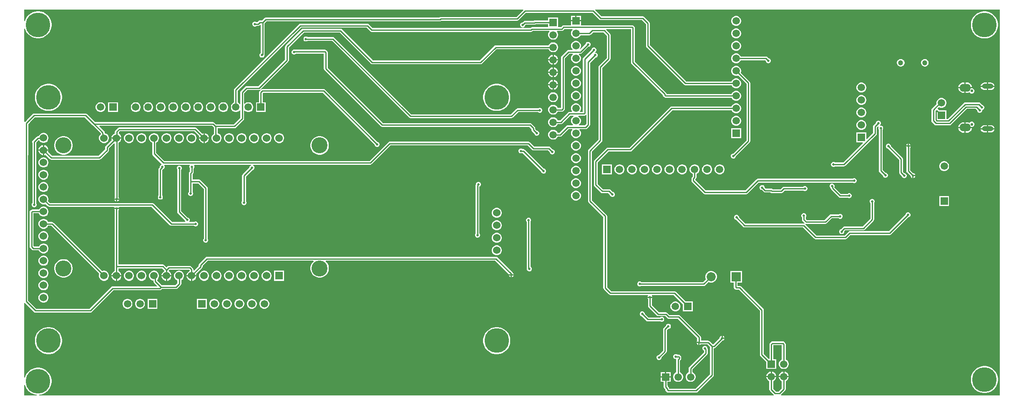
<source format=gbr>
G04*
G04 #@! TF.GenerationSoftware,Altium Limited,Altium Designer,23.1.1 (15)*
G04*
G04 Layer_Physical_Order=2*
G04 Layer_Color=16711680*
%FSLAX44Y44*%
%MOMM*%
G71*
G04*
G04 #@! TF.SameCoordinates,1587853A-9B19-4160-AC70-F3A7ED46FF3E*
G04*
G04*
G04 #@! TF.FilePolarity,Positive*
G04*
G01*
G75*
%ADD14C,0.2540*%
%ADD66C,1.5000*%
%ADD67R,1.5000X1.5000*%
%ADD68C,5.0000*%
%ADD69R,1.5000X1.5000*%
%ADD70C,1.0300*%
%ADD71O,2.3000X1.6000*%
%ADD72O,2.3000X1.0000*%
%ADD73C,0.5500*%
%ADD74C,1.8500*%
%ADD75R,1.8500X1.8500*%
%ADD76C,1.5240*%
%ADD77C,3.2500*%
%ADD78C,1.5300*%
%ADD79R,1.5300X1.5300*%
%ADD80C,0.5000*%
G36*
X1990000Y10000D02*
X1546157D01*
X1545765Y11198D01*
X1545764Y11270D01*
X1554147Y19654D01*
X1554989Y20914D01*
X1555285Y22400D01*
Y39000D01*
X1557565Y40316D01*
X1559434Y42186D01*
X1560756Y44475D01*
X1561440Y47028D01*
Y47080D01*
X1551400D01*
X1541360D01*
Y47028D01*
X1542045Y44475D01*
X1543366Y42186D01*
X1545236Y40316D01*
X1547516Y39000D01*
Y24009D01*
X1541391Y17885D01*
X1535609D01*
X1529885Y23609D01*
Y39000D01*
X1532165Y40316D01*
X1534034Y42186D01*
X1535356Y44475D01*
X1536040Y47028D01*
Y47080D01*
X1526001D01*
Y48350D01*
D01*
Y47080D01*
X1515960D01*
Y47028D01*
X1516645Y44475D01*
X1517966Y42186D01*
X1519836Y40316D01*
X1522116Y39000D01*
Y22000D01*
X1522411Y20513D01*
X1523254Y19253D01*
X1531236Y11270D01*
X1531235Y11198D01*
X1530843Y10000D01*
X40396D01*
X40296Y11270D01*
X44199Y11888D01*
X48322Y13228D01*
X52184Y15196D01*
X55691Y17744D01*
X58756Y20809D01*
X61304Y24316D01*
X63272Y28178D01*
X64612Y32301D01*
X65290Y36583D01*
Y40918D01*
X64612Y45199D01*
X63272Y49322D01*
X61304Y53184D01*
X58756Y56691D01*
X55691Y59756D01*
X52184Y62304D01*
X48322Y64272D01*
X44199Y65612D01*
X39917Y66290D01*
X35582D01*
X31301Y65612D01*
X27178Y64272D01*
X23316Y62304D01*
X19809Y59756D01*
X16744Y56691D01*
X14196Y53184D01*
X12228Y49322D01*
X11270Y46374D01*
X10000Y46575D01*
Y197460D01*
X11270Y197986D01*
X29753Y179503D01*
X31013Y178661D01*
X32500Y178365D01*
X144000D01*
X145487Y178661D01*
X146747Y179503D01*
X191109Y223865D01*
X285000D01*
X286487Y224161D01*
X287747Y225003D01*
X289109Y226365D01*
X317750D01*
X319237Y226661D01*
X320497Y227503D01*
X327247Y234253D01*
X328089Y235513D01*
X328385Y237000D01*
Y244109D01*
X330146Y245126D01*
X332044Y247023D01*
X333385Y249347D01*
X334080Y251939D01*
Y254622D01*
X333385Y257213D01*
X332044Y259537D01*
X330146Y261434D01*
X327823Y262776D01*
X325231Y263470D01*
X322548D01*
X319956Y262776D01*
X317633Y261434D01*
X315735Y259537D01*
X314394Y257213D01*
X313700Y254622D01*
Y251939D01*
X314394Y249347D01*
X315735Y247023D01*
X317633Y245126D01*
X319956Y243785D01*
X320615Y243608D01*
Y238609D01*
X316141Y234135D01*
X289109D01*
X279416Y243828D01*
Y245196D01*
X281244Y247023D01*
X282585Y249347D01*
X283280Y251939D01*
Y254622D01*
X282585Y257213D01*
X281244Y259537D01*
X279346Y261434D01*
X277023Y262776D01*
X274431Y263470D01*
X271748D01*
X269156Y262776D01*
X266833Y261434D01*
X264935Y259537D01*
X263594Y257213D01*
X262900Y254622D01*
Y251939D01*
X263594Y249347D01*
X264935Y247023D01*
X266833Y245126D01*
X269156Y243785D01*
X271646Y243117D01*
Y242219D01*
X271942Y240732D01*
X272784Y239472D01*
X279448Y232808D01*
X278962Y231635D01*
X189500D01*
X188013Y231339D01*
X186753Y230497D01*
X142391Y186135D01*
X34109D01*
X17385Y202859D01*
Y417493D01*
X17635Y418750D01*
Y497743D01*
X17885Y499000D01*
Y562141D01*
X21247Y565503D01*
X21750Y566257D01*
X31109Y575615D01*
X132391D01*
X148777Y559229D01*
X165163Y542843D01*
Y541365D01*
X163335Y539537D01*
X161994Y537213D01*
X161300Y534622D01*
Y531939D01*
X161994Y529347D01*
X163335Y527023D01*
X165233Y525126D01*
X167556Y523785D01*
X170148Y523090D01*
X172831D01*
X175423Y523785D01*
X177746Y525126D01*
X179644Y527023D01*
X180985Y529347D01*
X181680Y531939D01*
Y534622D01*
X180985Y537213D01*
X179644Y539537D01*
X177746Y541434D01*
X175423Y542776D01*
X172933Y543443D01*
Y544452D01*
X172637Y545939D01*
X171795Y547199D01*
X162076Y556918D01*
X162562Y558091D01*
X391165D01*
X394615Y554641D01*
Y541886D01*
X393833Y541434D01*
X391936Y539537D01*
X390594Y537213D01*
X389900Y534622D01*
Y531939D01*
X390594Y529347D01*
X391936Y527023D01*
X393833Y525126D01*
X396156Y523785D01*
X398748Y523090D01*
X401431D01*
X404023Y523785D01*
X406346Y525126D01*
X408244Y527023D01*
X409585Y529347D01*
X410280Y531939D01*
Y534622D01*
X409585Y537213D01*
X408244Y539537D01*
X406346Y541434D01*
X404023Y542776D01*
X402385Y543215D01*
Y553365D01*
X436500D01*
X437987Y553661D01*
X439247Y554503D01*
X454872Y570128D01*
X455714Y571388D01*
X456010Y572875D01*
Y588835D01*
X457280Y589361D01*
X458435Y588206D01*
X460724Y586884D01*
X463278Y586200D01*
X465921D01*
X468475Y586884D01*
X470764Y588206D01*
X472634Y590075D01*
X473955Y592365D01*
X474640Y594918D01*
Y597562D01*
X473955Y600115D01*
X472634Y602405D01*
X470764Y604274D01*
X468475Y605596D01*
X465921Y606280D01*
X463278D01*
X460724Y605596D01*
X458435Y604274D01*
X457280Y603119D01*
X456010Y603645D01*
Y624266D01*
X462859Y631115D01*
X486250D01*
X487737Y631411D01*
X488722Y632069D01*
X488997Y632253D01*
X489838Y631331D01*
X489621Y631115D01*
X487253Y628746D01*
X486410Y627486D01*
X486115Y625999D01*
Y606280D01*
X479959D01*
Y586200D01*
X500039D01*
Y606280D01*
X493884D01*
Y624390D01*
X494859Y625365D01*
X615641D01*
X720960Y520046D01*
Y519497D01*
X721727Y517645D01*
X723145Y516227D01*
X724997Y515460D01*
X727002D01*
X728855Y516227D01*
X730273Y517645D01*
X731040Y519497D01*
Y521502D01*
X730273Y523355D01*
X728855Y524773D01*
X727002Y525540D01*
X726454D01*
X619997Y631997D01*
X618737Y632839D01*
X617250Y633135D01*
X493250D01*
X491763Y632839D01*
X490778Y632181D01*
X490503Y631997D01*
X489662Y632919D01*
X489879Y633135D01*
X545747Y689003D01*
X546589Y690263D01*
X546885Y691750D01*
Y717391D01*
X577359Y747865D01*
X650141D01*
X713253Y684753D01*
X714513Y683911D01*
X716000Y683615D01*
X936250D01*
X937737Y683911D01*
X938997Y684753D01*
X968409Y714165D01*
X1073999D01*
X1075316Y711885D01*
X1077185Y710016D01*
X1079474Y708694D01*
X1082028Y708010D01*
X1084671D01*
X1087225Y708694D01*
X1089514Y710016D01*
X1091384Y711885D01*
X1092706Y714174D01*
X1093390Y716728D01*
Y719372D01*
X1092706Y721925D01*
X1091384Y724214D01*
X1089514Y726084D01*
X1087225Y727406D01*
X1084671Y728090D01*
X1082028D01*
X1079474Y727406D01*
X1077185Y726084D01*
X1075316Y724214D01*
X1073999Y721935D01*
X966800D01*
X965313Y721639D01*
X964053Y720797D01*
X934641Y691385D01*
X717609D01*
X654497Y754497D01*
X653237Y755339D01*
X651750Y755635D01*
X575750D01*
X574263Y755339D01*
X573003Y754497D01*
X540253Y721747D01*
X539411Y720487D01*
X539115Y719000D01*
Y693359D01*
X484641Y638885D01*
X461250D01*
X459763Y638589D01*
X458503Y637747D01*
X449378Y628622D01*
X448536Y627362D01*
X448240Y625875D01*
Y603040D01*
X446970Y602668D01*
X445364Y604274D01*
X443084Y605591D01*
Y629340D01*
X571859Y758115D01*
X704641D01*
X712253Y750503D01*
X713513Y749661D01*
X715000Y749365D01*
X1038500D01*
X1039987Y749661D01*
X1041247Y750503D01*
X1041911Y751167D01*
X1075209D01*
X1075695Y749994D01*
X1075316Y749614D01*
X1073994Y747325D01*
X1073310Y744772D01*
Y742128D01*
X1073994Y739575D01*
X1075316Y737285D01*
X1077185Y735416D01*
X1079474Y734094D01*
X1082028Y733410D01*
X1084671D01*
X1087225Y734094D01*
X1089514Y735416D01*
X1091384Y737285D01*
X1092706Y739575D01*
X1093390Y742128D01*
Y744772D01*
X1092706Y747325D01*
X1091384Y749614D01*
X1091004Y749994D01*
X1091490Y751167D01*
X1101052D01*
X1102539Y751463D01*
X1103799Y752305D01*
X1106359Y754865D01*
X1122020D01*
X1122546Y753595D01*
X1121566Y752615D01*
X1120244Y750325D01*
X1119560Y747772D01*
Y745128D01*
X1120244Y742575D01*
X1121566Y740285D01*
X1123435Y738416D01*
X1125724Y737094D01*
X1128278Y736410D01*
X1130921D01*
X1133475Y737094D01*
X1135764Y738416D01*
X1137634Y740285D01*
X1138950Y742565D01*
X1157086D01*
X1158572Y742861D01*
X1159833Y743703D01*
X1164495Y748365D01*
X1185391D01*
X1192115Y741641D01*
Y696359D01*
X1176503Y680747D01*
X1175661Y679487D01*
X1175365Y678000D01*
Y530109D01*
X1155253Y509997D01*
X1154411Y508737D01*
X1154115Y507250D01*
Y405500D01*
X1154411Y404013D01*
X1155253Y402753D01*
X1185115Y372891D01*
Y228500D01*
X1185411Y227013D01*
X1186253Y225753D01*
X1196753Y215253D01*
X1198013Y214411D01*
X1199500Y214115D01*
X1275442D01*
X1275968Y212845D01*
X1275477Y212355D01*
X1274821Y210770D01*
X1284679D01*
X1284023Y212355D01*
X1283532Y212845D01*
X1284058Y214115D01*
X1328141D01*
X1346710Y195546D01*
Y180960D01*
X1366790D01*
Y201040D01*
X1352204D01*
X1332497Y220747D01*
X1331237Y221589D01*
X1329750Y221885D01*
X1201109D01*
X1192885Y230109D01*
Y374500D01*
X1192589Y375987D01*
X1191747Y377247D01*
X1161885Y407109D01*
Y505641D01*
X1181997Y525753D01*
X1182839Y527013D01*
X1183135Y528500D01*
Y676391D01*
X1198747Y692003D01*
X1199589Y693263D01*
X1199885Y694750D01*
Y743250D01*
X1199589Y744737D01*
X1198747Y745997D01*
X1191052Y753692D01*
X1191538Y754865D01*
X1241365D01*
Y687250D01*
X1241661Y685763D01*
X1242503Y684503D01*
X1305865Y621141D01*
Y620788D01*
X1306161Y619301D01*
X1307003Y618041D01*
X1308491Y616553D01*
X1309751Y615711D01*
X1311238Y615415D01*
X1445500D01*
X1446816Y613135D01*
X1448685Y611266D01*
X1450975Y609944D01*
X1453528Y609260D01*
X1456172D01*
X1458725Y609944D01*
X1461015Y611266D01*
X1462884Y613135D01*
X1464206Y615424D01*
X1464890Y617978D01*
Y620622D01*
X1464206Y623175D01*
X1462884Y625465D01*
X1461015Y627334D01*
X1458725Y628656D01*
X1456172Y629340D01*
X1453528D01*
X1450975Y628656D01*
X1448685Y627334D01*
X1446816Y625465D01*
X1445500Y623185D01*
X1313548D01*
X1313339Y624237D01*
X1312497Y625497D01*
X1249135Y688859D01*
Y757262D01*
X1248839Y758749D01*
X1247997Y760009D01*
X1246509Y761497D01*
X1245249Y762339D01*
X1243762Y762635D01*
X1139640D01*
Y770580D01*
X1129600D01*
X1119560D01*
Y762635D01*
X1104750D01*
X1103263Y762339D01*
X1102003Y761497D01*
X1099443Y758937D01*
X1093390D01*
Y778890D01*
X1073310D01*
Y772735D01*
X1046350D01*
X1044863Y772439D01*
X1043660Y771635D01*
X1025750D01*
X1024263Y771339D01*
X1023003Y770497D01*
X1021046Y768540D01*
X1020498D01*
X1018645Y767773D01*
X1017227Y766355D01*
X1016460Y764502D01*
Y762497D01*
X1017227Y760645D01*
X1018645Y759227D01*
X1020498Y758460D01*
X1022503D01*
X1024355Y759227D01*
X1025773Y760645D01*
X1026540Y762497D01*
Y763046D01*
X1027359Y763865D01*
X1045250D01*
X1046737Y764161D01*
X1047940Y764965D01*
X1073310D01*
Y758937D01*
X1040302D01*
X1038816Y758641D01*
X1037555Y757799D01*
X1036891Y757135D01*
X716609D01*
X708997Y764747D01*
X707737Y765589D01*
X706250Y765885D01*
X570250D01*
X568763Y765589D01*
X567503Y764747D01*
X436453Y633696D01*
X435611Y632436D01*
X435315Y630950D01*
Y605591D01*
X433035Y604274D01*
X431166Y602405D01*
X429844Y600115D01*
X429160Y597562D01*
Y594918D01*
X429844Y592365D01*
X431166Y590075D01*
X433035Y588206D01*
X435324Y586884D01*
X437878Y586200D01*
X440521D01*
X443075Y586884D01*
X445364Y588206D01*
X446970Y589812D01*
X448240Y589440D01*
Y574484D01*
X434891Y561135D01*
X399109D01*
X395521Y564723D01*
X394261Y565565D01*
X392774Y565861D01*
X153133D01*
X136747Y582247D01*
X135487Y583089D01*
X134000Y583385D01*
X29500D01*
X28013Y583089D01*
X26753Y582247D01*
X15753Y571247D01*
X15250Y570493D01*
X11270Y566514D01*
X11198Y566515D01*
X10000Y566907D01*
Y755925D01*
X11270Y756126D01*
X12228Y753178D01*
X14196Y749316D01*
X16744Y745809D01*
X19809Y742744D01*
X23316Y740196D01*
X27178Y738228D01*
X31301Y736888D01*
X35582Y736210D01*
X39917D01*
X44199Y736888D01*
X48322Y738228D01*
X52184Y740196D01*
X55691Y742744D01*
X58756Y745809D01*
X61304Y749316D01*
X63272Y753178D01*
X64612Y757301D01*
X65290Y761583D01*
Y765918D01*
X64612Y770199D01*
X63272Y774322D01*
X61304Y778184D01*
X58756Y781691D01*
X55691Y784756D01*
X52184Y787304D01*
X48322Y789272D01*
X44199Y790612D01*
X39917Y791290D01*
X35582D01*
X31301Y790612D01*
X27178Y789272D01*
X23316Y787304D01*
X19809Y784756D01*
X16744Y781691D01*
X14196Y778184D01*
X12228Y774322D01*
X11270Y771374D01*
X10000Y771575D01*
Y795000D01*
X1022210D01*
X1022736Y793730D01*
X1008891Y779885D01*
X855000D01*
X853513Y779589D01*
X852253Y778747D01*
X851891Y778385D01*
X499500D01*
X498013Y778089D01*
X496753Y777247D01*
X492141Y772635D01*
X487833D01*
X486346Y772339D01*
X485086Y771497D01*
X482724Y769135D01*
X480993D01*
X480605Y769523D01*
X478753Y770290D01*
X476748D01*
X474895Y769523D01*
X473477Y768105D01*
X472710Y766253D01*
Y764248D01*
X473477Y762395D01*
X474895Y760977D01*
X476748Y760210D01*
X478753D01*
X480605Y760977D01*
X480993Y761365D01*
X484333D01*
X485819Y761661D01*
X487080Y762503D01*
X488595Y764019D01*
X489865Y763493D01*
Y706468D01*
X489395Y706273D01*
X487977Y704855D01*
X487210Y703002D01*
Y700997D01*
X487977Y699145D01*
X489395Y697727D01*
X491247Y696960D01*
X493252D01*
X495105Y697727D01*
X496523Y699145D01*
X497290Y700997D01*
Y701940D01*
X497339Y702013D01*
X497635Y703500D01*
Y767141D01*
X501109Y770615D01*
X853500D01*
X854987Y770911D01*
X856247Y771753D01*
X856609Y772115D01*
X1010500D01*
X1011987Y772411D01*
X1013247Y773253D01*
X1028109Y788115D01*
X1163141D01*
X1177003Y774253D01*
X1178263Y773411D01*
X1179750Y773115D01*
X1263891D01*
X1271615Y765391D01*
Y720750D01*
X1271911Y719263D01*
X1272753Y718003D01*
X1348803Y641953D01*
X1350064Y641111D01*
X1351550Y640815D01*
X1445500D01*
X1446816Y638535D01*
X1448685Y636666D01*
X1450975Y635344D01*
X1453528Y634660D01*
X1456172D01*
X1458725Y635344D01*
X1461015Y636666D01*
X1462884Y638535D01*
X1464206Y640825D01*
X1464890Y643378D01*
Y646022D01*
X1464206Y648575D01*
X1462884Y650864D01*
X1461015Y652734D01*
X1458725Y654056D01*
X1456172Y654740D01*
X1453528D01*
X1450975Y654056D01*
X1448685Y652734D01*
X1446816Y650864D01*
X1445500Y648585D01*
X1353159D01*
X1279385Y722359D01*
Y767000D01*
X1279089Y768487D01*
X1278247Y769747D01*
X1268247Y779747D01*
X1266987Y780589D01*
X1265500Y780885D01*
X1181359D01*
X1168514Y793730D01*
X1169040Y795000D01*
X1990000D01*
Y10000D01*
D02*
G37*
G36*
X12228Y28178D02*
X14196Y24316D01*
X16744Y20809D01*
X19809Y17744D01*
X23316Y15196D01*
X27178Y13228D01*
X31301Y11888D01*
X35204Y11270D01*
X35104Y10000D01*
X10000D01*
Y30925D01*
X11270Y31126D01*
X12228Y28178D01*
D02*
G37*
%LPC*%
G36*
X1139640Y781890D02*
X1130870D01*
Y773120D01*
X1139640D01*
Y781890D01*
D02*
G37*
G36*
X1128330D02*
X1119560D01*
Y773120D01*
X1128330D01*
Y781890D01*
D02*
G37*
G36*
X1456172Y781740D02*
X1453528D01*
X1450975Y781056D01*
X1448685Y779734D01*
X1446816Y777865D01*
X1445494Y775575D01*
X1444810Y773022D01*
Y770378D01*
X1445494Y767824D01*
X1446816Y765535D01*
X1448685Y763666D01*
X1450975Y762344D01*
X1453528Y761660D01*
X1456172D01*
X1458725Y762344D01*
X1461015Y763666D01*
X1462884Y765535D01*
X1464206Y767824D01*
X1464890Y770378D01*
Y773022D01*
X1464206Y775575D01*
X1462884Y777865D01*
X1461015Y779734D01*
X1458725Y781056D01*
X1456172Y781740D01*
D02*
G37*
G36*
Y756340D02*
X1453528D01*
X1450975Y755656D01*
X1448685Y754334D01*
X1446816Y752465D01*
X1445494Y750175D01*
X1444810Y747622D01*
Y744978D01*
X1445494Y742424D01*
X1446816Y740135D01*
X1448685Y738266D01*
X1450975Y736944D01*
X1453528Y736260D01*
X1456172D01*
X1458725Y736944D01*
X1461015Y738266D01*
X1462884Y740135D01*
X1464206Y742424D01*
X1464890Y744978D01*
Y747622D01*
X1464206Y750175D01*
X1462884Y752465D01*
X1461015Y754334D01*
X1458725Y755656D01*
X1456172Y756340D01*
D02*
G37*
G36*
X1960918Y791040D02*
X1956582D01*
X1952301Y790362D01*
X1948178Y789022D01*
X1944316Y787054D01*
X1940809Y784506D01*
X1937744Y781441D01*
X1935196Y777934D01*
X1933228Y774072D01*
X1931888Y769949D01*
X1931210Y765667D01*
Y761332D01*
X1931888Y757051D01*
X1933228Y752928D01*
X1935196Y749066D01*
X1937744Y745559D01*
X1940809Y742494D01*
X1944316Y739946D01*
X1948178Y737978D01*
X1952301Y736638D01*
X1956582Y735960D01*
X1960918D01*
X1965199Y736638D01*
X1969322Y737978D01*
X1973184Y739946D01*
X1976691Y742494D01*
X1979756Y745559D01*
X1982304Y749066D01*
X1984272Y752928D01*
X1985612Y757051D01*
X1986290Y761332D01*
Y765667D01*
X1985612Y769949D01*
X1984272Y774072D01*
X1982304Y777934D01*
X1979756Y781441D01*
X1976691Y784506D01*
X1973184Y787054D01*
X1969322Y789022D01*
X1965199Y790362D01*
X1960918Y791040D01*
D02*
G37*
G36*
X1456172Y730940D02*
X1453528D01*
X1450975Y730256D01*
X1448685Y728934D01*
X1446816Y727065D01*
X1445494Y724775D01*
X1444810Y722222D01*
Y719578D01*
X1445494Y717025D01*
X1446816Y714735D01*
X1448685Y712866D01*
X1450975Y711544D01*
X1453528Y710860D01*
X1456172D01*
X1458725Y711544D01*
X1461015Y712866D01*
X1462884Y714735D01*
X1464206Y717025D01*
X1464890Y719578D01*
Y722222D01*
X1464206Y724775D01*
X1462884Y727065D01*
X1461015Y728934D01*
X1458725Y730256D01*
X1456172Y730940D01*
D02*
G37*
G36*
X1084671Y702690D02*
X1084620D01*
Y693920D01*
X1093390D01*
Y693972D01*
X1092706Y696525D01*
X1091384Y698814D01*
X1089514Y700684D01*
X1087225Y702006D01*
X1084671Y702690D01*
D02*
G37*
G36*
X1082080D02*
X1082028D01*
X1079474Y702006D01*
X1077185Y700684D01*
X1075316Y698814D01*
X1073994Y696525D01*
X1073310Y693972D01*
Y693920D01*
X1082080D01*
Y702690D01*
D02*
G37*
G36*
X1456172Y705540D02*
X1453528D01*
X1450975Y704856D01*
X1448685Y703534D01*
X1446816Y701665D01*
X1445494Y699375D01*
X1444810Y696822D01*
Y694178D01*
X1445494Y691625D01*
X1446816Y689335D01*
X1448685Y687466D01*
X1450975Y686144D01*
X1453528Y685460D01*
X1456172D01*
X1458725Y686144D01*
X1461015Y687466D01*
X1462884Y689335D01*
X1464200Y691615D01*
X1513641D01*
X1514960Y690296D01*
Y689747D01*
X1515727Y687895D01*
X1517145Y686477D01*
X1518997Y685710D01*
X1521003D01*
X1522855Y686477D01*
X1524273Y687895D01*
X1525040Y689747D01*
Y691752D01*
X1524273Y693605D01*
X1522855Y695023D01*
X1521003Y695790D01*
X1520454D01*
X1517997Y698247D01*
X1516737Y699089D01*
X1515250Y699385D01*
X1464200D01*
X1462884Y701665D01*
X1461015Y703534D01*
X1458725Y704856D01*
X1456172Y705540D01*
D02*
G37*
G36*
X1130921Y731090D02*
X1128278D01*
X1125724Y730406D01*
X1123435Y729084D01*
X1121566Y727215D01*
X1120244Y724925D01*
X1119560Y722372D01*
Y719728D01*
X1120244Y717175D01*
X1121566Y714885D01*
X1122546Y713905D01*
X1122020Y712635D01*
X1114750D01*
X1113263Y712339D01*
X1112003Y711497D01*
X1100503Y699997D01*
X1099661Y698737D01*
X1099365Y697250D01*
Y594935D01*
X1092700D01*
X1091384Y597215D01*
X1089514Y599084D01*
X1087225Y600406D01*
X1084671Y601090D01*
X1082028D01*
X1079474Y600406D01*
X1077185Y599084D01*
X1075316Y597215D01*
X1073994Y594925D01*
X1073310Y592372D01*
Y589728D01*
X1073994Y587174D01*
X1075316Y584885D01*
X1077185Y583016D01*
X1079474Y581694D01*
X1082028Y581010D01*
X1084671D01*
X1087225Y581694D01*
X1089514Y583016D01*
X1091384Y584885D01*
X1092700Y587165D01*
X1101050D01*
X1102536Y587461D01*
X1103797Y588303D01*
X1105997Y590503D01*
X1106839Y591763D01*
X1107135Y593250D01*
Y695641D01*
X1116359Y704865D01*
X1123119D01*
X1123280Y704261D01*
X1123346Y703595D01*
X1121566Y701815D01*
X1120244Y699525D01*
X1119560Y696972D01*
Y694328D01*
X1120244Y691775D01*
X1121566Y689485D01*
X1123435Y687616D01*
X1125724Y686294D01*
X1128278Y685610D01*
X1130921D01*
X1133475Y686294D01*
X1135764Y687616D01*
X1137634Y689485D01*
X1138956Y691775D01*
X1139640Y694328D01*
Y696972D01*
X1138956Y699525D01*
X1137634Y701815D01*
X1135853Y703595D01*
X1135919Y704261D01*
X1136081Y704865D01*
X1138750D01*
X1140237Y705161D01*
X1141497Y706003D01*
X1154454Y718960D01*
X1155003D01*
X1156855Y719727D01*
X1158273Y721145D01*
X1159040Y722998D01*
Y725003D01*
X1158273Y726855D01*
X1156855Y728273D01*
X1155003Y729040D01*
X1152998D01*
X1151145Y728273D01*
X1149727Y726855D01*
X1148960Y725003D01*
Y724454D01*
X1138559Y714052D01*
X1137634Y714885D01*
X1138956Y717175D01*
X1139640Y719728D01*
Y722372D01*
X1138956Y724925D01*
X1137634Y727215D01*
X1135764Y729084D01*
X1133475Y730406D01*
X1130921Y731090D01*
D02*
G37*
G36*
X1093390Y691380D02*
X1084620D01*
Y682610D01*
X1084671D01*
X1087225Y683294D01*
X1089514Y684616D01*
X1091384Y686485D01*
X1092706Y688774D01*
X1093390Y691328D01*
Y691380D01*
D02*
G37*
G36*
X1082080D02*
X1073310D01*
Y691328D01*
X1073994Y688774D01*
X1075316Y686485D01*
X1077185Y684616D01*
X1079474Y683294D01*
X1082028Y682610D01*
X1082080D01*
Y691380D01*
D02*
G37*
G36*
X1838662Y694190D02*
X1836637D01*
X1834682Y693666D01*
X1832928Y692654D01*
X1831496Y691222D01*
X1830484Y689469D01*
X1829960Y687513D01*
Y685488D01*
X1830484Y683532D01*
X1831496Y681779D01*
X1832928Y680347D01*
X1834682Y679334D01*
X1836637Y678810D01*
X1838662D01*
X1840618Y679334D01*
X1842372Y680347D01*
X1843803Y681779D01*
X1844816Y683532D01*
X1845340Y685488D01*
Y687513D01*
X1844816Y689469D01*
X1843803Y691222D01*
X1842372Y692654D01*
X1840618Y693666D01*
X1838662Y694190D01*
D02*
G37*
G36*
X1789862D02*
X1787837D01*
X1785882Y693666D01*
X1784128Y692654D01*
X1782696Y691222D01*
X1781684Y689469D01*
X1781160Y687513D01*
Y685488D01*
X1781684Y683532D01*
X1782696Y681779D01*
X1784128Y680347D01*
X1785882Y679334D01*
X1787837Y678810D01*
X1789862D01*
X1791818Y679334D01*
X1793571Y680347D01*
X1795003Y681779D01*
X1796016Y683532D01*
X1796540Y685488D01*
Y687513D01*
X1796016Y689469D01*
X1795003Y691222D01*
X1793571Y692654D01*
X1791818Y693666D01*
X1789862Y694190D01*
D02*
G37*
G36*
X1084671Y677290D02*
X1084620D01*
Y668520D01*
X1093390D01*
Y668572D01*
X1092706Y671125D01*
X1091384Y673415D01*
X1089514Y675284D01*
X1087225Y676606D01*
X1084671Y677290D01*
D02*
G37*
G36*
X1082080D02*
X1082028D01*
X1079474Y676606D01*
X1077185Y675284D01*
X1075316Y673415D01*
X1073994Y671125D01*
X1073310Y668572D01*
Y668520D01*
X1082080D01*
Y677290D01*
D02*
G37*
G36*
X1130921Y680290D02*
X1128278D01*
X1125724Y679606D01*
X1123435Y678284D01*
X1121566Y676415D01*
X1120244Y674125D01*
X1119560Y671572D01*
Y668928D01*
X1120244Y666375D01*
X1121566Y664085D01*
X1123435Y662216D01*
X1125724Y660894D01*
X1128278Y660210D01*
X1130921D01*
X1133475Y660894D01*
X1135764Y662216D01*
X1137634Y664085D01*
X1138956Y666375D01*
X1139640Y668928D01*
Y671572D01*
X1138956Y674125D01*
X1137634Y676415D01*
X1135764Y678284D01*
X1133475Y679606D01*
X1130921Y680290D01*
D02*
G37*
G36*
X1093390Y665980D02*
X1084620D01*
Y657210D01*
X1084671D01*
X1087225Y657894D01*
X1089514Y659216D01*
X1091384Y661085D01*
X1092706Y663374D01*
X1093390Y665928D01*
Y665980D01*
D02*
G37*
G36*
X1082080D02*
X1073310D01*
Y665928D01*
X1073994Y663374D01*
X1075316Y661085D01*
X1077185Y659216D01*
X1079474Y657894D01*
X1082028Y657210D01*
X1082080D01*
Y665980D01*
D02*
G37*
G36*
X1084671Y651890D02*
X1084620D01*
Y643120D01*
X1093390D01*
Y643172D01*
X1092706Y645725D01*
X1091384Y648015D01*
X1089514Y649884D01*
X1087225Y651206D01*
X1084671Y651890D01*
D02*
G37*
G36*
X1082080D02*
X1082028D01*
X1079474Y651206D01*
X1077185Y649884D01*
X1075316Y648015D01*
X1073994Y645725D01*
X1073310Y643172D01*
Y643120D01*
X1082080D01*
Y651890D01*
D02*
G37*
G36*
X1083350Y641850D02*
D01*
D01*
D01*
D02*
G37*
G36*
X1971669Y646145D02*
X1966439D01*
Y639810D01*
X1979107D01*
X1979015Y640508D01*
X1978255Y642343D01*
X1977047Y643917D01*
X1975471Y645126D01*
X1973637Y645886D01*
X1971669Y646145D01*
D02*
G37*
G36*
X1963899D02*
X1958669D01*
X1956701Y645886D01*
X1954866Y645126D01*
X1953291Y643917D01*
X1952083Y642343D01*
X1951323Y640508D01*
X1951231Y639810D01*
X1963899D01*
Y646145D01*
D02*
G37*
G36*
X1923167Y646572D02*
X1920937D01*
Y637211D01*
X1933631D01*
X1933436Y638692D01*
X1932374Y641256D01*
X1930684Y643458D01*
X1928482Y645147D01*
X1925918Y646209D01*
X1923167Y646572D01*
D02*
G37*
G36*
X1918397D02*
X1916167D01*
X1913415Y646209D01*
X1910851Y645147D01*
X1908650Y643458D01*
X1906960Y641256D01*
X1905898Y638692D01*
X1905703Y637211D01*
X1918397D01*
Y646572D01*
D02*
G37*
G36*
X1130921Y654890D02*
X1128278D01*
X1125724Y654206D01*
X1123435Y652884D01*
X1121566Y651015D01*
X1120244Y648725D01*
X1119560Y646172D01*
Y643528D01*
X1120244Y640975D01*
X1121566Y638685D01*
X1123435Y636816D01*
X1125724Y635494D01*
X1128278Y634810D01*
X1130921D01*
X1133475Y635494D01*
X1135764Y636816D01*
X1137634Y638685D01*
X1138956Y640975D01*
X1139640Y643528D01*
Y646172D01*
X1138956Y648725D01*
X1137634Y651015D01*
X1135764Y652884D01*
X1133475Y654206D01*
X1130921Y654890D01*
D02*
G37*
G36*
X1093390Y640580D02*
X1084620D01*
Y631810D01*
X1084671D01*
X1087225Y632494D01*
X1089514Y633816D01*
X1091384Y635685D01*
X1092706Y637975D01*
X1093390Y640528D01*
Y640580D01*
D02*
G37*
G36*
X1082080D02*
X1073310D01*
Y640528D01*
X1073994Y637975D01*
X1075316Y635685D01*
X1077185Y633816D01*
X1079474Y632494D01*
X1082028Y631810D01*
X1082080D01*
Y640580D01*
D02*
G37*
G36*
X1979107Y637270D02*
X1966439D01*
Y630935D01*
X1971669D01*
X1973637Y631194D01*
X1975471Y631954D01*
X1977047Y633162D01*
X1978255Y634737D01*
X1979015Y636572D01*
X1979107Y637270D01*
D02*
G37*
G36*
X1963899D02*
X1951231D01*
X1951323Y636572D01*
X1952083Y634737D01*
X1953291Y633162D01*
X1954866Y631954D01*
X1956701Y631194D01*
X1958669Y630935D01*
X1963899D01*
Y637270D01*
D02*
G37*
G36*
X1710234Y646274D02*
X1707590D01*
X1705037Y645589D01*
X1702747Y644268D01*
X1700878Y642398D01*
X1699556Y640109D01*
X1698872Y637555D01*
Y634912D01*
X1699556Y632358D01*
X1700878Y630069D01*
X1702747Y628200D01*
X1705037Y626878D01*
X1707590Y626194D01*
X1710234D01*
X1712787Y626878D01*
X1715077Y628200D01*
X1716946Y630069D01*
X1718268Y632358D01*
X1718952Y634912D01*
Y637555D01*
X1718268Y640109D01*
X1716946Y642398D01*
X1715077Y644268D01*
X1712787Y645589D01*
X1710234Y646274D01*
D02*
G37*
G36*
X1918397Y634670D02*
X1905703D01*
X1905898Y633189D01*
X1906960Y630625D01*
X1908650Y628423D01*
X1910851Y626734D01*
X1913415Y625672D01*
X1916167Y625310D01*
X1918397D01*
Y634670D01*
D02*
G37*
G36*
X1934185D02*
X1920937D01*
Y625310D01*
X1923167D01*
X1925918Y625672D01*
X1927343Y626262D01*
X1928684Y626343D01*
X1930172Y624855D01*
X1932116Y624050D01*
X1934221D01*
X1936165Y624855D01*
X1937653Y626343D01*
X1938459Y628288D01*
Y630392D01*
X1937653Y632337D01*
X1936165Y633825D01*
X1934221Y634630D01*
X1934185Y634670D01*
D02*
G37*
G36*
X1130921Y629490D02*
X1128278D01*
X1125724Y628806D01*
X1123435Y627484D01*
X1121566Y625615D01*
X1120244Y623325D01*
X1119560Y620772D01*
Y618128D01*
X1120244Y615575D01*
X1121566Y613285D01*
X1123435Y611416D01*
X1125724Y610094D01*
X1128278Y609410D01*
X1130921D01*
X1133475Y610094D01*
X1135764Y611416D01*
X1137634Y613285D01*
X1138956Y615575D01*
X1139640Y618128D01*
Y620772D01*
X1138956Y623325D01*
X1137634Y625615D01*
X1135764Y627484D01*
X1133475Y628806D01*
X1130921Y629490D01*
D02*
G37*
G36*
X1084671Y626490D02*
X1082028D01*
X1079474Y625806D01*
X1077185Y624484D01*
X1075316Y622615D01*
X1073994Y620325D01*
X1073310Y617772D01*
Y615128D01*
X1073994Y612575D01*
X1075316Y610285D01*
X1077185Y608416D01*
X1079474Y607094D01*
X1082028Y606410D01*
X1084671D01*
X1087225Y607094D01*
X1089514Y608416D01*
X1091384Y610285D01*
X1092706Y612575D01*
X1093390Y615128D01*
Y617772D01*
X1092706Y620325D01*
X1091384Y622615D01*
X1089514Y624484D01*
X1087225Y625806D01*
X1084671Y626490D01*
D02*
G37*
G36*
X1710234Y620874D02*
X1707590D01*
X1705037Y620189D01*
X1702747Y618868D01*
X1700878Y616998D01*
X1699556Y614709D01*
X1698872Y612155D01*
Y609512D01*
X1699556Y606958D01*
X1700878Y604669D01*
X1702747Y602800D01*
X1705037Y601478D01*
X1707590Y600794D01*
X1710234D01*
X1712787Y601478D01*
X1715077Y602800D01*
X1716946Y604669D01*
X1718268Y606958D01*
X1718952Y609512D01*
Y612155D01*
X1718268Y614709D01*
X1716946Y616998D01*
X1715077Y618868D01*
X1712787Y620189D01*
X1710234Y620874D01*
D02*
G37*
G36*
X970978Y643750D02*
X966643D01*
X962361Y643072D01*
X958239Y641732D01*
X954376Y639764D01*
X950869Y637216D01*
X947804Y634151D01*
X945256Y630644D01*
X943288Y626781D01*
X941948Y622659D01*
X941270Y618377D01*
Y614042D01*
X941948Y609761D01*
X943288Y605638D01*
X945256Y601776D01*
X947804Y598269D01*
X950869Y595203D01*
X954376Y592655D01*
X958239Y590687D01*
X962361Y589348D01*
X966643Y588670D01*
X970978D01*
X975259Y589348D01*
X979382Y590687D01*
X983244Y592655D01*
X986751Y595203D01*
X989817Y598269D01*
X992365Y601776D01*
X994333Y605638D01*
X995672Y609761D01*
X996350Y614042D01*
Y618377D01*
X995672Y622659D01*
X994333Y626781D01*
X992365Y630644D01*
X989817Y634151D01*
X986751Y637216D01*
X983244Y639764D01*
X979382Y641732D01*
X975259Y643072D01*
X970978Y643750D01*
D02*
G37*
G36*
X60978D02*
X56643D01*
X52361Y643072D01*
X48238Y641732D01*
X44376Y639764D01*
X40869Y637216D01*
X37804Y634151D01*
X35256Y630644D01*
X33288Y626781D01*
X31948Y622659D01*
X31270Y618377D01*
Y614042D01*
X31948Y609761D01*
X33288Y605638D01*
X35256Y601776D01*
X37804Y598269D01*
X40869Y595203D01*
X44376Y592655D01*
X48238Y590687D01*
X52361Y589348D01*
X56643Y588670D01*
X60978D01*
X65259Y589348D01*
X69382Y590687D01*
X73244Y592655D01*
X76751Y595203D01*
X79816Y598269D01*
X82364Y601776D01*
X84332Y605638D01*
X85672Y609761D01*
X86350Y614042D01*
Y618377D01*
X85672Y622659D01*
X84332Y626781D01*
X82364Y630644D01*
X79816Y634151D01*
X76751Y637216D01*
X73244Y639764D01*
X69382Y641732D01*
X65259Y643072D01*
X60978Y643750D01*
D02*
G37*
G36*
X1167002Y717540D02*
X1164997D01*
X1163145Y716773D01*
X1161727Y715355D01*
X1160960Y713503D01*
Y712954D01*
X1144503Y696497D01*
X1143661Y695237D01*
X1143365Y693750D01*
Y586635D01*
X1138042D01*
X1137556Y587808D01*
X1137634Y587885D01*
X1138956Y590175D01*
X1139640Y592728D01*
Y595372D01*
X1138956Y597925D01*
X1137634Y600215D01*
X1135764Y602084D01*
X1133475Y603406D01*
X1130921Y604090D01*
X1128278D01*
X1125724Y603406D01*
X1123435Y602084D01*
X1121566Y600215D01*
X1120244Y597925D01*
X1119560Y595372D01*
Y592728D01*
X1120244Y590175D01*
X1121566Y587885D01*
X1121643Y587808D01*
X1121157Y586635D01*
X1116000D01*
X1114513Y586339D01*
X1113253Y585497D01*
X1097291Y569534D01*
X1092700D01*
X1091384Y571814D01*
X1089514Y573684D01*
X1087225Y575006D01*
X1084671Y575690D01*
X1082028D01*
X1079474Y575006D01*
X1077185Y573684D01*
X1075316Y571814D01*
X1073994Y569525D01*
X1073310Y566972D01*
Y564328D01*
X1073994Y561774D01*
X1075316Y559485D01*
X1077185Y557616D01*
X1079474Y556294D01*
X1082028Y555610D01*
X1084671D01*
X1087225Y556294D01*
X1089514Y557616D01*
X1091384Y559485D01*
X1092700Y561765D01*
X1098900D01*
X1100386Y562061D01*
X1101647Y562903D01*
X1117609Y578865D01*
X1124673D01*
X1125013Y577595D01*
X1123435Y576684D01*
X1121566Y574815D01*
X1120244Y572525D01*
X1119560Y569972D01*
Y567328D01*
X1120244Y564775D01*
X1121566Y562485D01*
X1123397Y560655D01*
X1123385Y560396D01*
X1123114Y559385D01*
X1112750D01*
X1111263Y559089D01*
X1110003Y558247D01*
X1095891Y544134D01*
X1092700D01*
X1091384Y546414D01*
X1089514Y548284D01*
X1087225Y549606D01*
X1084671Y550290D01*
X1082028D01*
X1079474Y549606D01*
X1077185Y548284D01*
X1075316Y546414D01*
X1073994Y544125D01*
X1073310Y541572D01*
Y538928D01*
X1073994Y536375D01*
X1075316Y534085D01*
X1077185Y532216D01*
X1079474Y530894D01*
X1082028Y530210D01*
X1084671D01*
X1087225Y530894D01*
X1089514Y532216D01*
X1091384Y534085D01*
X1092700Y536365D01*
X1097500D01*
X1098986Y536661D01*
X1100247Y537503D01*
X1114359Y551615D01*
X1121970D01*
X1122496Y550345D01*
X1121566Y549415D01*
X1120244Y547125D01*
X1119560Y544572D01*
Y541928D01*
X1120244Y539375D01*
X1121566Y537085D01*
X1123435Y535216D01*
X1125724Y533894D01*
X1128278Y533210D01*
X1130921D01*
X1133475Y533894D01*
X1135764Y535216D01*
X1137634Y537085D01*
X1138956Y539375D01*
X1139640Y541928D01*
Y544572D01*
X1138956Y547125D01*
X1137634Y549415D01*
X1136703Y550345D01*
X1137229Y551615D01*
X1149500D01*
X1150987Y551911D01*
X1152247Y552753D01*
X1157247Y557753D01*
X1158089Y559013D01*
X1158385Y560500D01*
Y686141D01*
X1169204Y696960D01*
X1169753D01*
X1171605Y697727D01*
X1173023Y699145D01*
X1173790Y700997D01*
Y703002D01*
X1173023Y704855D01*
X1171605Y706273D01*
X1169753Y707040D01*
X1169307D01*
X1168974Y707915D01*
X1168938Y708310D01*
X1170273Y709645D01*
X1171040Y711497D01*
Y713503D01*
X1170273Y715355D01*
X1168855Y716773D01*
X1167002Y717540D01*
D02*
G37*
G36*
X415121Y606280D02*
X412478D01*
X409924Y605596D01*
X407635Y604274D01*
X405765Y602405D01*
X404444Y600115D01*
X403759Y597562D01*
Y594918D01*
X404444Y592365D01*
X405765Y590075D01*
X407635Y588206D01*
X409924Y586884D01*
X412478Y586200D01*
X415121D01*
X417675Y586884D01*
X419964Y588206D01*
X421833Y590075D01*
X423155Y592365D01*
X423839Y594918D01*
Y597562D01*
X423155Y600115D01*
X421833Y602405D01*
X419964Y604274D01*
X417675Y605596D01*
X415121Y606280D01*
D02*
G37*
G36*
X389721D02*
X387078D01*
X384524Y605596D01*
X382235Y604274D01*
X380365Y602405D01*
X379044Y600115D01*
X378359Y597562D01*
Y594918D01*
X379044Y592365D01*
X380365Y590075D01*
X382235Y588206D01*
X384524Y586884D01*
X387078Y586200D01*
X389721D01*
X392275Y586884D01*
X394564Y588206D01*
X396433Y590075D01*
X397755Y592365D01*
X398439Y594918D01*
Y597562D01*
X397755Y600115D01*
X396433Y602405D01*
X394564Y604274D01*
X392275Y605596D01*
X389721Y606280D01*
D02*
G37*
G36*
X364321D02*
X361678D01*
X359124Y605596D01*
X356835Y604274D01*
X354966Y602405D01*
X353644Y600115D01*
X352960Y597562D01*
Y594918D01*
X353644Y592365D01*
X354966Y590075D01*
X356835Y588206D01*
X359124Y586884D01*
X361678Y586200D01*
X364321D01*
X366875Y586884D01*
X369164Y588206D01*
X371034Y590075D01*
X372355Y592365D01*
X373040Y594918D01*
Y597562D01*
X372355Y600115D01*
X371034Y602405D01*
X369164Y604274D01*
X366875Y605596D01*
X364321Y606280D01*
D02*
G37*
G36*
X338921D02*
X336278D01*
X333724Y605596D01*
X331435Y604274D01*
X329566Y602405D01*
X328244Y600115D01*
X327560Y597562D01*
Y594918D01*
X328244Y592365D01*
X329566Y590075D01*
X331435Y588206D01*
X333724Y586884D01*
X336278Y586200D01*
X338921D01*
X341475Y586884D01*
X343764Y588206D01*
X345634Y590075D01*
X346955Y592365D01*
X347640Y594918D01*
Y597562D01*
X346955Y600115D01*
X345634Y602405D01*
X343764Y604274D01*
X341475Y605596D01*
X338921Y606280D01*
D02*
G37*
G36*
X313521D02*
X310878D01*
X308324Y605596D01*
X306035Y604274D01*
X304165Y602405D01*
X302844Y600115D01*
X302160Y597562D01*
Y594918D01*
X302844Y592365D01*
X304165Y590075D01*
X306035Y588206D01*
X308324Y586884D01*
X310878Y586200D01*
X313521D01*
X316075Y586884D01*
X318364Y588206D01*
X320233Y590075D01*
X321555Y592365D01*
X322239Y594918D01*
Y597562D01*
X321555Y600115D01*
X320233Y602405D01*
X318364Y604274D01*
X316075Y605596D01*
X313521Y606280D01*
D02*
G37*
G36*
X288121D02*
X285478D01*
X282924Y605596D01*
X280635Y604274D01*
X278766Y602405D01*
X277444Y600115D01*
X276759Y597562D01*
Y594918D01*
X277444Y592365D01*
X278766Y590075D01*
X280635Y588206D01*
X282924Y586884D01*
X285478Y586200D01*
X288121D01*
X290675Y586884D01*
X292964Y588206D01*
X294834Y590075D01*
X296155Y592365D01*
X296840Y594918D01*
Y597562D01*
X296155Y600115D01*
X294834Y602405D01*
X292964Y604274D01*
X290675Y605596D01*
X288121Y606280D01*
D02*
G37*
G36*
X262721D02*
X260078D01*
X257524Y605596D01*
X255235Y604274D01*
X253365Y602405D01*
X252044Y600115D01*
X251360Y597562D01*
Y594918D01*
X252044Y592365D01*
X253365Y590075D01*
X255235Y588206D01*
X257524Y586884D01*
X260078Y586200D01*
X262721D01*
X265275Y586884D01*
X267564Y588206D01*
X269433Y590075D01*
X270755Y592365D01*
X271439Y594918D01*
Y597562D01*
X270755Y600115D01*
X269433Y602405D01*
X267564Y604274D01*
X265275Y605596D01*
X262721Y606280D01*
D02*
G37*
G36*
X237321D02*
X234678D01*
X232124Y605596D01*
X229835Y604274D01*
X227966Y602405D01*
X226644Y600115D01*
X225959Y597562D01*
Y594918D01*
X226644Y592365D01*
X227966Y590075D01*
X229835Y588206D01*
X232124Y586884D01*
X234678Y586200D01*
X237321D01*
X239875Y586884D01*
X242164Y588206D01*
X244034Y590075D01*
X245355Y592365D01*
X246040Y594918D01*
Y597562D01*
X245355Y600115D01*
X244034Y602405D01*
X242164Y604274D01*
X239875Y605596D01*
X237321Y606280D01*
D02*
G37*
G36*
X200040Y606280D02*
X179960D01*
Y586200D01*
X200040D01*
Y606280D01*
D02*
G37*
G36*
X165921D02*
X163278D01*
X160724Y605595D01*
X158435Y604274D01*
X156566Y602404D01*
X155244Y600115D01*
X154560Y597561D01*
Y594918D01*
X155244Y592364D01*
X156566Y590075D01*
X158435Y588206D01*
X160724Y586884D01*
X163278Y586200D01*
X165921D01*
X168475Y586884D01*
X170764Y588206D01*
X172634Y590075D01*
X173955Y592364D01*
X174640Y594918D01*
Y597561D01*
X173955Y600115D01*
X172634Y602404D01*
X170764Y604274D01*
X168475Y605595D01*
X165921Y606280D01*
D02*
G37*
G36*
X582503Y740040D02*
X580498D01*
X578645Y739273D01*
X577227Y737855D01*
X576460Y736003D01*
Y733997D01*
X577227Y732145D01*
X578645Y730727D01*
X580498Y729960D01*
X582503D01*
X584355Y730727D01*
X584743Y731115D01*
X634641D01*
X790753Y575003D01*
X792013Y574161D01*
X793500Y573865D01*
X998750D01*
X1000237Y574161D01*
X1001497Y575003D01*
X1012609Y586115D01*
X1053007D01*
X1053395Y585727D01*
X1055247Y584960D01*
X1057253D01*
X1059105Y585727D01*
X1060523Y587145D01*
X1061290Y588997D01*
Y591003D01*
X1060523Y592855D01*
X1059105Y594273D01*
X1057253Y595040D01*
X1055247D01*
X1053395Y594273D01*
X1053007Y593885D01*
X1011000D01*
X1009513Y593589D01*
X1008253Y592747D01*
X997141Y581635D01*
X795109D01*
X638997Y737747D01*
X637737Y738589D01*
X636250Y738885D01*
X584743D01*
X584355Y739273D01*
X582503Y740040D01*
D02*
G37*
G36*
X1872794Y615032D02*
X1870150D01*
X1867597Y614347D01*
X1865307Y613026D01*
X1863438Y611156D01*
X1862116Y608867D01*
X1861432Y606313D01*
Y603670D01*
X1861654Y602840D01*
X1852335Y593521D01*
X1851493Y592261D01*
X1851197Y590774D01*
Y568409D01*
X1851493Y566923D01*
X1852335Y565662D01*
X1857543Y560455D01*
X1858803Y559613D01*
X1860289Y559317D01*
X1887948D01*
X1889435Y559613D01*
X1890695Y560455D01*
X1923205Y592965D01*
X1941197D01*
X1944031Y590131D01*
Y588645D01*
X1944799Y586793D01*
X1946216Y585375D01*
X1948069Y584608D01*
X1950074D01*
X1951926Y585375D01*
X1953344Y586793D01*
X1954111Y588645D01*
Y589516D01*
X1954503Y590710D01*
X1955285Y591034D01*
X1956355Y591477D01*
X1957773Y592895D01*
X1958540Y594748D01*
Y596753D01*
X1957773Y598605D01*
X1956355Y600023D01*
X1954503Y600790D01*
X1953954D01*
X1950067Y604677D01*
X1948807Y605519D01*
X1947320Y605815D01*
X1919492D01*
X1918006Y605519D01*
X1916745Y604677D01*
X1884235Y572166D01*
X1881512D01*
Y589632D01*
X1866926D01*
X1865141Y591417D01*
X1863880Y592259D01*
X1863860Y592263D01*
X1863442Y593641D01*
X1866228Y596426D01*
X1867597Y595636D01*
X1870150Y594952D01*
X1872794D01*
X1875347Y595636D01*
X1877637Y596958D01*
X1879506Y598827D01*
X1880828Y601116D01*
X1881512Y603670D01*
Y606313D01*
X1880828Y608867D01*
X1879506Y611156D01*
X1877637Y613026D01*
X1875347Y614347D01*
X1872794Y615032D01*
D02*
G37*
G36*
X1456172Y603940D02*
X1453528D01*
X1450975Y603256D01*
X1448685Y601934D01*
X1446816Y600065D01*
X1445500Y597785D01*
X1323900D01*
X1322413Y597489D01*
X1321153Y596647D01*
X1238391Y513885D01*
X1194500D01*
X1193013Y513589D01*
X1191753Y512747D01*
X1167003Y487997D01*
X1166161Y486737D01*
X1165865Y485250D01*
Y438250D01*
X1166161Y436763D01*
X1167003Y435503D01*
X1179951Y422555D01*
X1181211Y421713D01*
X1182698Y421417D01*
X1195339D01*
X1198710Y418046D01*
Y417497D01*
X1199477Y415645D01*
X1200895Y414227D01*
X1202747Y413460D01*
X1204753D01*
X1206605Y414227D01*
X1208023Y415645D01*
X1208790Y417497D01*
Y419502D01*
X1208023Y421355D01*
X1206605Y422773D01*
X1204753Y423540D01*
X1204204D01*
X1199695Y428049D01*
X1198435Y428891D01*
X1196948Y429187D01*
X1184307D01*
X1173635Y439859D01*
Y483641D01*
X1196109Y506115D01*
X1240000D01*
X1241487Y506411D01*
X1242747Y507253D01*
X1325509Y590015D01*
X1445500D01*
X1446816Y587735D01*
X1448685Y585866D01*
X1450975Y584544D01*
X1453528Y583860D01*
X1456172D01*
X1458725Y584544D01*
X1461015Y585866D01*
X1462884Y587735D01*
X1464206Y590024D01*
X1464890Y592578D01*
Y595222D01*
X1464206Y597775D01*
X1462884Y600065D01*
X1461015Y601934D01*
X1458725Y603256D01*
X1456172Y603940D01*
D02*
G37*
G36*
X1710234Y595474D02*
X1707590D01*
X1705037Y594789D01*
X1702747Y593468D01*
X1700878Y591598D01*
X1699556Y589309D01*
X1698872Y586755D01*
Y584112D01*
X1699556Y581558D01*
X1700878Y579269D01*
X1702747Y577400D01*
X1705037Y576078D01*
X1707590Y575394D01*
X1710234D01*
X1712787Y576078D01*
X1715077Y577400D01*
X1716946Y579269D01*
X1718268Y581558D01*
X1718952Y584112D01*
Y586755D01*
X1718268Y589309D01*
X1716946Y591598D01*
X1715077Y593468D01*
X1712787Y594789D01*
X1710234Y595474D01*
D02*
G37*
G36*
X1934221Y566629D02*
X1932116D01*
X1930172Y565824D01*
X1928684Y564336D01*
X1927343Y564419D01*
X1925918Y565009D01*
X1923167Y565371D01*
X1920937D01*
Y556010D01*
X1934187D01*
X1934221Y556049D01*
X1936165Y556855D01*
X1937653Y558343D01*
X1938459Y560287D01*
Y562391D01*
X1937653Y564336D01*
X1936165Y565824D01*
X1934221Y566629D01*
D02*
G37*
G36*
X1456172Y578540D02*
X1453528D01*
X1450975Y577856D01*
X1448685Y576534D01*
X1446816Y574664D01*
X1445494Y572375D01*
X1444810Y569822D01*
Y567178D01*
X1445494Y564624D01*
X1446816Y562335D01*
X1448685Y560466D01*
X1450975Y559144D01*
X1453528Y558460D01*
X1456172D01*
X1458725Y559144D01*
X1461015Y560466D01*
X1462884Y562335D01*
X1464206Y564624D01*
X1464890Y567178D01*
Y569822D01*
X1464206Y572375D01*
X1462884Y574664D01*
X1461015Y576534D01*
X1458725Y577856D01*
X1456172Y578540D01*
D02*
G37*
G36*
X1918397Y565371D02*
X1916167D01*
X1913415Y565009D01*
X1910851Y563947D01*
X1908650Y562257D01*
X1906960Y560056D01*
X1905898Y557492D01*
X1905703Y556010D01*
X1918397D01*
Y565371D01*
D02*
G37*
G36*
X1971669Y559745D02*
X1966439D01*
Y553410D01*
X1979107D01*
X1979015Y554109D01*
X1978255Y555943D01*
X1977047Y557518D01*
X1975471Y558727D01*
X1973637Y559486D01*
X1971669Y559745D01*
D02*
G37*
G36*
X1963899D02*
X1958669D01*
X1956701Y559486D01*
X1954866Y558727D01*
X1953291Y557518D01*
X1952083Y555943D01*
X1951323Y554109D01*
X1951231Y553410D01*
X1963899D01*
Y559745D01*
D02*
G37*
G36*
X1710234Y570074D02*
X1707590D01*
X1705037Y569389D01*
X1702747Y568068D01*
X1700878Y566198D01*
X1699556Y563909D01*
X1698872Y561355D01*
Y558712D01*
X1699556Y556158D01*
X1700878Y553869D01*
X1702747Y552000D01*
X1705037Y550678D01*
X1707590Y549994D01*
X1710234D01*
X1712787Y550678D01*
X1715077Y552000D01*
X1716946Y553869D01*
X1718268Y556158D01*
X1718952Y558712D01*
Y561355D01*
X1718268Y563909D01*
X1716946Y566198D01*
X1715077Y568068D01*
X1712787Y569389D01*
X1710234Y570074D01*
D02*
G37*
G36*
X1979107Y550870D02*
X1966439D01*
Y544535D01*
X1971669D01*
X1973637Y544794D01*
X1975471Y545554D01*
X1977047Y546763D01*
X1978255Y548338D01*
X1979015Y550172D01*
X1979107Y550870D01*
D02*
G37*
G36*
X1963899D02*
X1951231D01*
X1951323Y550172D01*
X1952083Y548338D01*
X1953291Y546763D01*
X1954866Y545554D01*
X1956701Y544794D01*
X1958669Y544535D01*
X1963899D01*
Y550870D01*
D02*
G37*
G36*
X1933631Y553470D02*
X1920937D01*
Y544109D01*
X1923167D01*
X1925918Y544472D01*
X1928482Y545534D01*
X1930684Y547223D01*
X1932374Y549425D01*
X1933436Y551989D01*
X1933631Y553470D01*
D02*
G37*
G36*
X1918397D02*
X1905703D01*
X1905898Y551989D01*
X1906960Y549425D01*
X1908650Y547223D01*
X1910851Y545534D01*
X1913415Y544472D01*
X1916167Y544109D01*
X1918397D01*
Y553470D01*
D02*
G37*
G36*
X620262Y713135D02*
X558750D01*
X558274Y713040D01*
X556497D01*
X554645Y712273D01*
X553227Y710855D01*
X552460Y709003D01*
Y706998D01*
X553227Y705145D01*
X554645Y703727D01*
X556497Y702960D01*
X558503D01*
X560355Y703727D01*
X561773Y705145D01*
X561864Y705365D01*
X617865D01*
Y674500D01*
X618161Y673013D01*
X619003Y671753D01*
X733503Y557253D01*
X734763Y556411D01*
X736250Y556115D01*
X1034891D01*
X1039130Y551876D01*
Y550235D01*
X1039426Y548749D01*
X1040268Y547489D01*
X1044960Y542796D01*
Y542248D01*
X1045727Y540395D01*
X1047145Y538977D01*
X1048997Y538210D01*
X1051003D01*
X1052855Y538977D01*
X1054273Y540395D01*
X1055040Y542248D01*
Y544253D01*
X1054273Y546105D01*
X1052855Y547523D01*
X1051003Y548290D01*
X1050454D01*
X1046899Y551844D01*
Y553485D01*
X1046604Y554972D01*
X1045761Y556232D01*
X1039247Y562747D01*
X1037987Y563589D01*
X1036500Y563885D01*
X737859D01*
X625635Y676109D01*
Y707762D01*
X625339Y709249D01*
X624497Y710509D01*
X623009Y711997D01*
X621749Y712839D01*
X620262Y713135D01*
D02*
G37*
G36*
X376031Y543470D02*
X375960D01*
Y534550D01*
X384880D01*
Y534622D01*
X384185Y537213D01*
X382844Y539537D01*
X380946Y541434D01*
X378623Y542776D01*
X376031Y543470D01*
D02*
G37*
G36*
X356970Y554885D02*
X202250D01*
X200763Y554589D01*
X199503Y553747D01*
X194753Y548997D01*
X193911Y547737D01*
X193615Y546250D01*
Y542952D01*
X192956Y542776D01*
X190633Y541434D01*
X188736Y539537D01*
X187394Y537213D01*
X186700Y534622D01*
Y534550D01*
X196890D01*
X207080D01*
Y534622D01*
X206385Y537213D01*
X205044Y539537D01*
X203146Y541434D01*
X201385Y542451D01*
Y544641D01*
X203859Y547115D01*
X355361D01*
X365219Y537257D01*
X365194Y537213D01*
X364500Y534622D01*
Y534550D01*
X373420D01*
Y543470D01*
X373348D01*
X370756Y542776D01*
X370713Y542751D01*
X359717Y553747D01*
X358456Y554589D01*
X356970Y554885D01*
D02*
G37*
G36*
X1464890Y553140D02*
X1444810D01*
Y533060D01*
X1464890D01*
Y553140D01*
D02*
G37*
G36*
X50148Y543969D02*
X47473D01*
X44889Y543277D01*
X42572Y541940D01*
X40680Y540048D01*
X39343Y537731D01*
X39190Y537161D01*
X37380D01*
X35893Y536865D01*
X34633Y536023D01*
X26805Y528195D01*
X25963Y526935D01*
X25667Y525448D01*
X25963Y523961D01*
X26115Y523733D01*
Y400993D01*
X25727Y400605D01*
X24960Y398753D01*
Y396748D01*
X25727Y394895D01*
X27145Y393477D01*
X28997Y392710D01*
X31003D01*
X32855Y393477D01*
X34273Y394895D01*
X35040Y396748D01*
Y398753D01*
X34273Y400605D01*
X33885Y400993D01*
Y524287D01*
X38509Y528911D01*
X39996Y528756D01*
X40680Y527571D01*
X42572Y525679D01*
X44889Y524342D01*
X47473Y523649D01*
X50148D01*
X52732Y524342D01*
X55048Y525679D01*
X56940Y527571D01*
X58278Y529888D01*
X58970Y532472D01*
Y535147D01*
X58278Y537731D01*
X56940Y540048D01*
X55048Y541940D01*
X52732Y543277D01*
X50148Y543969D01*
D02*
G37*
G36*
X528431Y543470D02*
X525748D01*
X523156Y542776D01*
X520833Y541434D01*
X518936Y539537D01*
X517594Y537213D01*
X516900Y534622D01*
Y531939D01*
X517594Y529347D01*
X518936Y527023D01*
X520833Y525126D01*
X523156Y523785D01*
X525748Y523090D01*
X528431D01*
X531023Y523785D01*
X533346Y525126D01*
X535244Y527023D01*
X536585Y529347D01*
X537280Y531939D01*
Y534622D01*
X536585Y537213D01*
X535244Y539537D01*
X533346Y541434D01*
X531023Y542776D01*
X528431Y543470D01*
D02*
G37*
G36*
X503031D02*
X500348D01*
X497756Y542776D01*
X495433Y541434D01*
X493535Y539537D01*
X492194Y537213D01*
X491500Y534622D01*
Y531939D01*
X492194Y529347D01*
X493535Y527023D01*
X495433Y525126D01*
X497756Y523785D01*
X500348Y523090D01*
X503031D01*
X505623Y523785D01*
X507946Y525126D01*
X509844Y527023D01*
X511185Y529347D01*
X511880Y531939D01*
Y534622D01*
X511185Y537213D01*
X509844Y539537D01*
X507946Y541434D01*
X505623Y542776D01*
X503031Y543470D01*
D02*
G37*
G36*
X477631D02*
X474948D01*
X472356Y542776D01*
X470033Y541434D01*
X468135Y539537D01*
X466794Y537213D01*
X466100Y534622D01*
Y531939D01*
X466794Y529347D01*
X468135Y527023D01*
X470033Y525126D01*
X472356Y523785D01*
X474948Y523090D01*
X477631D01*
X480223Y523785D01*
X482546Y525126D01*
X484444Y527023D01*
X485785Y529347D01*
X486480Y531939D01*
Y534622D01*
X485785Y537213D01*
X484444Y539537D01*
X482546Y541434D01*
X480223Y542776D01*
X477631Y543470D01*
D02*
G37*
G36*
X452231D02*
X449548D01*
X446956Y542776D01*
X444633Y541434D01*
X442735Y539537D01*
X441394Y537213D01*
X440700Y534622D01*
Y531939D01*
X441394Y529347D01*
X442735Y527023D01*
X444633Y525126D01*
X446956Y523785D01*
X449548Y523090D01*
X452231D01*
X454823Y523785D01*
X457146Y525126D01*
X459044Y527023D01*
X460385Y529347D01*
X461080Y531939D01*
Y534622D01*
X460385Y537213D01*
X459044Y539537D01*
X457146Y541434D01*
X454823Y542776D01*
X452231Y543470D01*
D02*
G37*
G36*
X426831D02*
X424148D01*
X421556Y542776D01*
X419233Y541434D01*
X417336Y539537D01*
X415994Y537213D01*
X415300Y534622D01*
Y531939D01*
X415994Y529347D01*
X417336Y527023D01*
X419233Y525126D01*
X421556Y523785D01*
X424148Y523090D01*
X426831D01*
X429423Y523785D01*
X431746Y525126D01*
X433644Y527023D01*
X434985Y529347D01*
X435680Y531939D01*
Y534622D01*
X434985Y537213D01*
X433644Y539537D01*
X431746Y541434D01*
X429423Y542776D01*
X426831Y543470D01*
D02*
G37*
G36*
X384880Y532010D02*
X375960D01*
Y523090D01*
X376031D01*
X378623Y523785D01*
X380946Y525126D01*
X382844Y527023D01*
X384185Y529347D01*
X384880Y531939D01*
Y532010D01*
D02*
G37*
G36*
X373420D02*
X364500D01*
Y531939D01*
X365194Y529347D01*
X366535Y527023D01*
X368433Y525126D01*
X370756Y523785D01*
X373348Y523090D01*
X373420D01*
Y532010D01*
D02*
G37*
G36*
X350631Y543470D02*
X347948D01*
X345356Y542776D01*
X343033Y541434D01*
X341135Y539537D01*
X339794Y537213D01*
X339100Y534622D01*
Y531939D01*
X339794Y529347D01*
X341135Y527023D01*
X343033Y525126D01*
X345356Y523785D01*
X347948Y523090D01*
X350631D01*
X353223Y523785D01*
X355546Y525126D01*
X357444Y527023D01*
X358785Y529347D01*
X359480Y531939D01*
Y534622D01*
X358785Y537213D01*
X357444Y539537D01*
X355546Y541434D01*
X353223Y542776D01*
X350631Y543470D01*
D02*
G37*
G36*
X325231D02*
X322548D01*
X319956Y542776D01*
X317633Y541434D01*
X315735Y539537D01*
X314394Y537213D01*
X313700Y534622D01*
Y531939D01*
X314394Y529347D01*
X315735Y527023D01*
X317633Y525126D01*
X319956Y523785D01*
X322548Y523090D01*
X325231D01*
X327823Y523785D01*
X330146Y525126D01*
X332044Y527023D01*
X333385Y529347D01*
X334080Y531939D01*
Y534622D01*
X333385Y537213D01*
X332044Y539537D01*
X330146Y541434D01*
X327823Y542776D01*
X325231Y543470D01*
D02*
G37*
G36*
X299831D02*
X297148D01*
X294556Y542776D01*
X292233Y541434D01*
X290336Y539537D01*
X288994Y537213D01*
X288300Y534622D01*
Y531939D01*
X288994Y529347D01*
X290336Y527023D01*
X292233Y525126D01*
X294556Y523785D01*
X297148Y523090D01*
X299831D01*
X302423Y523785D01*
X304746Y525126D01*
X306644Y527023D01*
X307985Y529347D01*
X308680Y531939D01*
Y534622D01*
X307985Y537213D01*
X306644Y539537D01*
X304746Y541434D01*
X302423Y542776D01*
X299831Y543470D01*
D02*
G37*
G36*
X249031D02*
X246348D01*
X243756Y542776D01*
X241433Y541434D01*
X239536Y539537D01*
X238194Y537213D01*
X237500Y534622D01*
Y531939D01*
X238194Y529347D01*
X239536Y527023D01*
X241433Y525126D01*
X243756Y523785D01*
X246348Y523090D01*
X249031D01*
X251623Y523785D01*
X253946Y525126D01*
X255844Y527023D01*
X257185Y529347D01*
X257880Y531939D01*
Y534622D01*
X257185Y537213D01*
X255844Y539537D01*
X253946Y541434D01*
X251623Y542776D01*
X249031Y543470D01*
D02*
G37*
G36*
X223631D02*
X220948D01*
X218356Y542776D01*
X216033Y541434D01*
X214135Y539537D01*
X212794Y537213D01*
X212100Y534622D01*
Y531939D01*
X212794Y529347D01*
X214135Y527023D01*
X216033Y525126D01*
X218356Y523785D01*
X220948Y523090D01*
X223631D01*
X226223Y523785D01*
X228546Y525126D01*
X230444Y527023D01*
X231785Y529347D01*
X232480Y531939D01*
Y534622D01*
X231785Y537213D01*
X230444Y539537D01*
X228546Y541434D01*
X226223Y542776D01*
X223631Y543470D01*
D02*
G37*
G36*
X1805520Y521929D02*
Y518270D01*
X1809179D01*
X1808523Y519855D01*
X1807105Y521273D01*
X1805520Y521929D01*
D02*
G37*
G36*
X1802980D02*
X1801395Y521273D01*
X1799977Y519855D01*
X1799321Y518270D01*
X1802980D01*
Y521929D01*
D02*
G37*
G36*
X50148Y518970D02*
X50080D01*
Y510080D01*
X58970D01*
Y510147D01*
X58278Y512731D01*
X56940Y515048D01*
X55048Y516940D01*
X52732Y518277D01*
X50148Y518970D01*
D02*
G37*
G36*
X47540D02*
X47473D01*
X44889Y518277D01*
X42572Y516940D01*
X40680Y515048D01*
X39343Y512731D01*
X38650Y510147D01*
Y510080D01*
X47540D01*
Y518970D01*
D02*
G37*
G36*
X1130921Y527890D02*
X1128278D01*
X1125724Y527206D01*
X1123435Y525884D01*
X1121566Y524015D01*
X1120244Y521725D01*
X1119560Y519172D01*
Y516528D01*
X1120244Y513975D01*
X1121566Y511685D01*
X1123435Y509816D01*
X1125724Y508494D01*
X1128278Y507810D01*
X1130921D01*
X1133475Y508494D01*
X1135764Y509816D01*
X1137634Y511685D01*
X1138956Y513975D01*
X1139640Y516528D01*
Y519172D01*
X1138956Y521725D01*
X1137634Y524015D01*
X1135764Y525884D01*
X1133475Y527206D01*
X1130921Y527890D01*
D02*
G37*
G36*
X274431Y543470D02*
X271748D01*
X269156Y542776D01*
X266833Y541434D01*
X264935Y539537D01*
X263594Y537213D01*
X262900Y534622D01*
Y531939D01*
X263594Y529347D01*
X264935Y527023D01*
X266833Y525126D01*
X269156Y523785D01*
X269615Y523662D01*
Y501500D01*
X269911Y500013D01*
X270753Y498753D01*
X288535Y480972D01*
X288539Y480948D01*
X288162Y479548D01*
X286895Y479023D01*
X285477Y477605D01*
X284710Y475752D01*
Y473954D01*
X283253Y472497D01*
X282411Y471237D01*
X282115Y469750D01*
Y416493D01*
X281727Y416105D01*
X280960Y414253D01*
Y412248D01*
X281727Y410395D01*
X283145Y408977D01*
X284998Y408210D01*
X287003D01*
X288855Y408977D01*
X290273Y410395D01*
X291040Y412248D01*
Y414253D01*
X290273Y416105D01*
X289885Y416493D01*
Y468141D01*
X291950Y470206D01*
X292605Y470477D01*
X294023Y471895D01*
X294790Y473747D01*
Y475752D01*
X294023Y477605D01*
X293782Y477845D01*
X294308Y479115D01*
X345328D01*
X345814Y477942D01*
X345727Y477855D01*
X344960Y476003D01*
Y473997D01*
X345727Y472145D01*
X345865Y472007D01*
Y465549D01*
X344753Y464437D01*
X343911Y463177D01*
X343615Y461690D01*
Y445000D01*
Y423493D01*
X343227Y423105D01*
X342460Y421253D01*
Y419248D01*
X343227Y417395D01*
X344645Y415977D01*
X346497Y415210D01*
X348503D01*
X350355Y415977D01*
X351773Y417395D01*
X352540Y419248D01*
Y421253D01*
X351773Y423105D01*
X351385Y423493D01*
Y441115D01*
X363141D01*
X374365Y429891D01*
Y328993D01*
X373977Y328605D01*
X373210Y326753D01*
Y324748D01*
X373977Y322895D01*
X375395Y321477D01*
X377248Y320710D01*
X379253D01*
X381105Y321477D01*
X382523Y322895D01*
X383290Y324748D01*
Y326753D01*
X382523Y328605D01*
X382135Y328993D01*
Y431500D01*
X381839Y432987D01*
X380997Y434247D01*
X367497Y447747D01*
X366237Y448589D01*
X364750Y448885D01*
X351385D01*
Y460081D01*
X352497Y461193D01*
X353339Y462453D01*
X353635Y463940D01*
Y471507D01*
X354273Y472145D01*
X355040Y473997D01*
Y476003D01*
X354273Y477855D01*
X354186Y477942D01*
X354672Y479115D01*
X469921D01*
X470174Y477845D01*
X469395Y477523D01*
X467977Y476105D01*
X467210Y474253D01*
Y473704D01*
X453003Y459497D01*
X452161Y458237D01*
X451865Y456750D01*
Y405243D01*
X451477Y404855D01*
X450710Y403003D01*
Y400998D01*
X451477Y399145D01*
X452895Y397727D01*
X454748Y396960D01*
X456753D01*
X458605Y397727D01*
X460023Y399145D01*
X460790Y400998D01*
Y403003D01*
X460023Y404855D01*
X459635Y405243D01*
Y455141D01*
X472704Y468210D01*
X473252D01*
X475105Y468977D01*
X476523Y470395D01*
X477290Y472248D01*
Y474253D01*
X476523Y476105D01*
X475105Y477523D01*
X474326Y477845D01*
X474579Y479115D01*
X712000D01*
X713487Y479411D01*
X714747Y480253D01*
X752859Y518365D01*
X1031641D01*
X1040503Y509503D01*
X1041763Y508661D01*
X1043250Y508365D01*
X1073141D01*
X1076460Y505046D01*
Y504497D01*
X1077227Y502645D01*
X1078645Y501227D01*
X1080498Y500460D01*
X1082503D01*
X1084355Y501227D01*
X1085773Y502645D01*
X1086540Y504497D01*
Y506502D01*
X1085773Y508355D01*
X1084355Y509773D01*
X1082503Y510540D01*
X1081954D01*
X1077497Y514997D01*
X1076237Y515839D01*
X1074750Y516135D01*
X1044859D01*
X1035997Y524997D01*
X1034737Y525839D01*
X1033250Y526135D01*
X751250D01*
X749763Y525839D01*
X748503Y524997D01*
X710391Y486885D01*
X293609D01*
X277385Y503109D01*
Y523993D01*
X279346Y525126D01*
X281244Y527023D01*
X282585Y529347D01*
X283280Y531939D01*
Y534622D01*
X282585Y537213D01*
X281244Y539537D01*
X279346Y541434D01*
X277023Y542776D01*
X274431Y543470D01*
D02*
G37*
G36*
X611140Y537070D02*
X607439D01*
X603809Y536348D01*
X600389Y534931D01*
X597312Y532875D01*
X594694Y530258D01*
X592638Y527180D01*
X591222Y523761D01*
X590500Y520131D01*
Y516429D01*
X591222Y512799D01*
X592638Y509380D01*
X594694Y506302D01*
X597312Y503685D01*
X600389Y501628D01*
X603809Y500212D01*
X607439Y499490D01*
X611140D01*
X614770Y500212D01*
X618190Y501628D01*
X621268Y503685D01*
X623885Y506302D01*
X625941Y509380D01*
X627357Y512799D01*
X628080Y516429D01*
Y520131D01*
X627357Y523761D01*
X625941Y527180D01*
X623885Y530258D01*
X621268Y532875D01*
X618190Y534931D01*
X614770Y536348D01*
X611140Y537070D01*
D02*
G37*
G36*
X91140D02*
X87439D01*
X83809Y536348D01*
X80389Y534931D01*
X77312Y532875D01*
X74694Y530258D01*
X72638Y527180D01*
X71222Y523761D01*
X70500Y520131D01*
Y516429D01*
X71222Y512799D01*
X72638Y509380D01*
X74694Y506302D01*
X77312Y503685D01*
X80389Y501628D01*
X83809Y500212D01*
X87439Y499490D01*
X91140D01*
X94770Y500212D01*
X98190Y501628D01*
X101267Y503685D01*
X103885Y506302D01*
X105941Y509380D01*
X107358Y512799D01*
X108080Y516429D01*
Y520131D01*
X107358Y523761D01*
X105941Y527180D01*
X103885Y530258D01*
X101267Y532875D01*
X98190Y534931D01*
X94770Y536348D01*
X91140Y537070D01*
D02*
G37*
G36*
X47540Y507540D02*
X38650D01*
Y507472D01*
X39343Y504888D01*
X40680Y502571D01*
X42572Y500680D01*
X44889Y499342D01*
X47473Y498650D01*
X47540D01*
Y507540D01*
D02*
G37*
G36*
X1456172Y680140D02*
X1453528D01*
X1450975Y679456D01*
X1448685Y678134D01*
X1446816Y676264D01*
X1445494Y673975D01*
X1444810Y671422D01*
Y668778D01*
X1445494Y666225D01*
X1446816Y663935D01*
X1448685Y662066D01*
X1450975Y660744D01*
X1453528Y660060D01*
X1456172D01*
X1458715Y660741D01*
X1475615Y643841D01*
Y528859D01*
X1448796Y502040D01*
X1448248D01*
X1446395Y501273D01*
X1444977Y499855D01*
X1444210Y498003D01*
Y495998D01*
X1444977Y494145D01*
X1446395Y492727D01*
X1448248Y491960D01*
X1450253D01*
X1452105Y492727D01*
X1453523Y494145D01*
X1454290Y495998D01*
Y496546D01*
X1482247Y524503D01*
X1483089Y525763D01*
X1483385Y527250D01*
Y645450D01*
X1483089Y646936D01*
X1482247Y648197D01*
X1464209Y666235D01*
X1464890Y668778D01*
Y671422D01*
X1464206Y673975D01*
X1462884Y676264D01*
X1461015Y678134D01*
X1458725Y679456D01*
X1456172Y680140D01*
D02*
G37*
G36*
X1130921Y502490D02*
X1128278D01*
X1125724Y501806D01*
X1123435Y500484D01*
X1121566Y498615D01*
X1120244Y496325D01*
X1119560Y493772D01*
Y491128D01*
X1120244Y488575D01*
X1121566Y486285D01*
X1123435Y484416D01*
X1125724Y483094D01*
X1128278Y482410D01*
X1130921D01*
X1133475Y483094D01*
X1135764Y484416D01*
X1137634Y486285D01*
X1138956Y488575D01*
X1139640Y491128D01*
Y493772D01*
X1138956Y496325D01*
X1137634Y498615D01*
X1135764Y500484D01*
X1133475Y501806D01*
X1130921Y502490D01*
D02*
G37*
G36*
X50148Y493969D02*
X47473D01*
X44889Y493277D01*
X42572Y491940D01*
X40680Y490048D01*
X39343Y487731D01*
X38650Y485147D01*
Y482472D01*
X39343Y479888D01*
X40680Y477571D01*
X42572Y475680D01*
X44889Y474342D01*
X47473Y473649D01*
X50148D01*
X52732Y474342D01*
X55048Y475680D01*
X56940Y477571D01*
X58278Y479888D01*
X58970Y482472D01*
Y485147D01*
X58278Y487731D01*
X56940Y490048D01*
X55048Y491940D01*
X52732Y493277D01*
X50148Y493969D01*
D02*
G37*
G36*
X1878322Y486291D02*
X1875678D01*
X1873125Y485607D01*
X1870835Y484285D01*
X1868966Y482416D01*
X1867644Y480126D01*
X1866960Y477573D01*
Y474929D01*
X1867644Y472376D01*
X1868966Y470086D01*
X1870835Y468217D01*
X1873125Y466895D01*
X1875678Y466211D01*
X1878322D01*
X1880875Y466895D01*
X1883165Y468217D01*
X1885034Y470086D01*
X1886356Y472376D01*
X1887040Y474929D01*
Y477573D01*
X1886356Y480126D01*
X1885034Y482416D01*
X1883165Y484285D01*
X1880875Y485607D01*
X1878322Y486291D01*
D02*
G37*
G36*
X1019003Y512290D02*
X1016998D01*
X1015145Y511523D01*
X1013727Y510105D01*
X1012960Y508252D01*
Y506247D01*
X1013727Y504395D01*
X1015145Y502977D01*
X1016998Y502210D01*
X1019003D01*
X1020655Y502895D01*
X1021612D01*
X1058960Y465546D01*
Y464997D01*
X1059727Y463145D01*
X1061145Y461727D01*
X1062998Y460960D01*
X1065003D01*
X1066855Y461727D01*
X1068273Y463145D01*
X1069040Y464997D01*
Y467002D01*
X1068273Y468855D01*
X1066855Y470273D01*
X1065003Y471040D01*
X1064454D01*
X1025968Y509526D01*
X1024707Y510368D01*
X1023221Y510664D01*
X1021714D01*
X1020855Y511523D01*
X1019003Y512290D01*
D02*
G37*
G36*
X1422522Y479640D02*
X1419878D01*
X1417325Y478956D01*
X1415035Y477634D01*
X1413166Y475765D01*
X1411844Y473475D01*
X1411160Y470922D01*
Y468278D01*
X1411844Y465725D01*
X1413166Y463435D01*
X1415035Y461566D01*
X1417325Y460244D01*
X1419878Y459560D01*
X1422522D01*
X1425075Y460244D01*
X1427365Y461566D01*
X1429234Y463435D01*
X1430556Y465725D01*
X1431240Y468278D01*
Y470922D01*
X1430556Y473475D01*
X1429234Y475765D01*
X1427365Y477634D01*
X1425075Y478956D01*
X1422522Y479640D01*
D02*
G37*
G36*
X1397122D02*
X1394478D01*
X1391925Y478956D01*
X1389635Y477634D01*
X1387766Y475765D01*
X1386444Y473475D01*
X1385760Y470922D01*
Y468278D01*
X1386444Y465725D01*
X1387766Y463435D01*
X1389635Y461566D01*
X1391925Y460244D01*
X1394478Y459560D01*
X1397122D01*
X1399675Y460244D01*
X1401965Y461566D01*
X1403834Y463435D01*
X1405156Y465725D01*
X1405840Y468278D01*
Y470922D01*
X1405156Y473475D01*
X1403834Y475765D01*
X1401965Y477634D01*
X1399675Y478956D01*
X1397122Y479640D01*
D02*
G37*
G36*
X1346322D02*
X1343678D01*
X1341125Y478956D01*
X1338835Y477634D01*
X1336966Y475765D01*
X1335644Y473475D01*
X1334960Y470922D01*
Y468278D01*
X1335644Y465725D01*
X1336966Y463435D01*
X1338835Y461566D01*
X1341125Y460244D01*
X1343678Y459560D01*
X1346322D01*
X1348875Y460244D01*
X1351165Y461566D01*
X1353034Y463435D01*
X1354356Y465725D01*
X1355040Y468278D01*
Y470922D01*
X1354356Y473475D01*
X1353034Y475765D01*
X1351165Y477634D01*
X1348875Y478956D01*
X1346322Y479640D01*
D02*
G37*
G36*
X1320922D02*
X1318278D01*
X1315725Y478956D01*
X1313435Y477634D01*
X1311566Y475765D01*
X1310244Y473475D01*
X1309560Y470922D01*
Y468278D01*
X1310244Y465725D01*
X1311566Y463435D01*
X1313435Y461566D01*
X1315725Y460244D01*
X1318278Y459560D01*
X1320922D01*
X1323475Y460244D01*
X1325765Y461566D01*
X1327634Y463435D01*
X1328956Y465725D01*
X1329640Y468278D01*
Y470922D01*
X1328956Y473475D01*
X1327634Y475765D01*
X1325765Y477634D01*
X1323475Y478956D01*
X1320922Y479640D01*
D02*
G37*
G36*
X1295522D02*
X1292878D01*
X1290325Y478956D01*
X1288035Y477634D01*
X1286166Y475765D01*
X1284844Y473475D01*
X1284160Y470922D01*
Y468278D01*
X1284844Y465725D01*
X1286166Y463435D01*
X1288035Y461566D01*
X1290325Y460244D01*
X1292878Y459560D01*
X1295522D01*
X1298075Y460244D01*
X1300365Y461566D01*
X1302234Y463435D01*
X1303556Y465725D01*
X1304240Y468278D01*
Y470922D01*
X1303556Y473475D01*
X1302234Y475765D01*
X1300365Y477634D01*
X1298075Y478956D01*
X1295522Y479640D01*
D02*
G37*
G36*
X1270122D02*
X1267478D01*
X1264925Y478956D01*
X1262635Y477634D01*
X1260766Y475765D01*
X1259444Y473475D01*
X1258760Y470922D01*
Y468278D01*
X1259444Y465725D01*
X1260766Y463435D01*
X1262635Y461566D01*
X1264925Y460244D01*
X1267478Y459560D01*
X1270122D01*
X1272675Y460244D01*
X1274965Y461566D01*
X1276834Y463435D01*
X1278156Y465725D01*
X1278840Y468278D01*
Y470922D01*
X1278156Y473475D01*
X1276834Y475765D01*
X1274965Y477634D01*
X1272675Y478956D01*
X1270122Y479640D01*
D02*
G37*
G36*
X1244722D02*
X1242078D01*
X1239525Y478956D01*
X1237235Y477634D01*
X1235366Y475765D01*
X1234044Y473475D01*
X1233360Y470922D01*
Y468278D01*
X1234044Y465725D01*
X1235366Y463435D01*
X1237235Y461566D01*
X1239525Y460244D01*
X1242078Y459560D01*
X1244722D01*
X1247275Y460244D01*
X1249565Y461566D01*
X1251434Y463435D01*
X1252756Y465725D01*
X1253440Y468278D01*
Y470922D01*
X1252756Y473475D01*
X1251434Y475765D01*
X1249565Y477634D01*
X1247275Y478956D01*
X1244722Y479640D01*
D02*
G37*
G36*
X1219322D02*
X1216678D01*
X1214125Y478956D01*
X1211835Y477634D01*
X1209966Y475765D01*
X1208644Y473475D01*
X1207960Y470922D01*
Y468278D01*
X1208644Y465725D01*
X1209966Y463435D01*
X1211835Y461566D01*
X1214125Y460244D01*
X1216678Y459560D01*
X1219322D01*
X1221875Y460244D01*
X1224165Y461566D01*
X1226034Y463435D01*
X1227356Y465725D01*
X1228040Y468278D01*
Y470922D01*
X1227356Y473475D01*
X1226034Y475765D01*
X1224165Y477634D01*
X1221875Y478956D01*
X1219322Y479640D01*
D02*
G37*
G36*
X1202640D02*
X1182560D01*
Y459560D01*
X1202640D01*
Y479640D01*
D02*
G37*
G36*
X1130921Y477090D02*
X1128278D01*
X1125724Y476406D01*
X1123435Y475084D01*
X1121566Y473215D01*
X1120244Y470925D01*
X1119560Y468372D01*
Y465728D01*
X1120244Y463175D01*
X1121566Y460885D01*
X1123435Y459016D01*
X1125724Y457694D01*
X1128278Y457010D01*
X1130921D01*
X1133475Y457694D01*
X1135764Y459016D01*
X1137634Y460885D01*
X1138956Y463175D01*
X1139640Y465728D01*
Y468372D01*
X1138956Y470925D01*
X1137634Y473215D01*
X1135764Y475084D01*
X1133475Y476406D01*
X1130921Y477090D01*
D02*
G37*
G36*
X1744503Y568790D02*
X1742498D01*
X1740645Y568023D01*
X1739227Y566605D01*
X1738460Y564753D01*
Y564204D01*
X1733753Y559497D01*
X1732911Y558237D01*
X1732615Y556750D01*
Y544206D01*
X1720125Y531716D01*
X1718952Y532202D01*
Y544674D01*
X1698872D01*
Y524594D01*
X1711343D01*
X1711829Y523420D01*
X1672044Y483635D01*
X1655743D01*
X1655355Y484023D01*
X1653503Y484790D01*
X1651497D01*
X1649645Y484023D01*
X1648227Y482605D01*
X1647460Y480752D01*
Y478747D01*
X1648227Y476895D01*
X1649645Y475477D01*
X1651497Y474710D01*
X1653503D01*
X1655355Y475477D01*
X1655743Y475865D01*
X1673653D01*
X1675139Y476161D01*
X1676400Y477003D01*
X1739247Y539850D01*
X1740089Y541111D01*
X1740385Y542597D01*
Y555141D01*
X1743244Y558001D01*
X1743605Y558029D01*
X1744091Y556971D01*
X1744085Y556712D01*
X1743977Y556605D01*
X1743210Y554753D01*
Y552747D01*
X1743977Y550895D01*
X1744365Y550507D01*
Y467000D01*
X1744661Y465513D01*
X1745503Y464253D01*
X1752710Y457046D01*
Y456497D01*
X1753477Y454645D01*
X1754895Y453227D01*
X1756747Y452460D01*
X1758752D01*
X1760605Y453227D01*
X1762023Y454645D01*
X1762790Y456497D01*
Y458503D01*
X1762023Y460355D01*
X1760605Y461773D01*
X1758752Y462540D01*
X1758204D01*
X1752135Y468609D01*
Y550507D01*
X1752523Y550895D01*
X1753290Y552747D01*
Y554753D01*
X1752523Y556605D01*
X1751105Y558023D01*
X1749252Y558790D01*
X1747464D01*
X1747041Y559386D01*
X1746841Y559963D01*
X1747773Y560895D01*
X1748540Y562747D01*
Y564753D01*
X1747773Y566605D01*
X1746355Y568023D01*
X1744503Y568790D01*
D02*
G37*
G36*
X1818429Y455730D02*
X1814770D01*
Y452071D01*
X1816355Y452727D01*
X1817773Y454145D01*
X1818429Y455730D01*
D02*
G37*
G36*
X1809179Y515730D02*
X1799321D01*
X1799977Y514145D01*
X1800365Y513757D01*
Y466250D01*
X1800661Y464763D01*
X1801503Y463503D01*
X1808460Y456546D01*
Y455998D01*
X1809227Y454145D01*
X1810645Y452727D01*
X1812230Y452071D01*
Y457000D01*
X1813500D01*
Y458270D01*
X1818429D01*
X1817773Y459855D01*
X1816355Y461273D01*
X1814503Y462040D01*
X1813954D01*
X1808135Y467859D01*
Y513757D01*
X1808523Y514145D01*
X1809179Y515730D01*
D02*
G37*
G36*
X1764753Y521790D02*
X1762747D01*
X1760895Y521023D01*
X1759477Y519605D01*
X1758710Y517752D01*
Y515747D01*
X1759477Y513895D01*
X1760895Y512477D01*
X1762747Y511710D01*
X1763296D01*
X1785615Y489391D01*
Y463250D01*
X1785911Y461763D01*
X1786753Y460503D01*
X1790960Y456296D01*
Y455747D01*
X1791727Y453895D01*
X1793145Y452477D01*
X1794998Y451710D01*
X1797003D01*
X1798855Y452477D01*
X1800273Y453895D01*
X1801040Y455747D01*
Y457752D01*
X1800273Y459605D01*
X1798855Y461023D01*
X1797003Y461790D01*
X1796454D01*
X1793385Y464859D01*
Y491000D01*
X1793089Y492487D01*
X1792247Y493747D01*
X1768790Y517204D01*
Y517752D01*
X1768023Y519605D01*
X1766605Y521023D01*
X1764753Y521790D01*
D02*
G37*
G36*
X50148Y468970D02*
X47473D01*
X44889Y468278D01*
X42572Y466940D01*
X40680Y465048D01*
X39343Y462732D01*
X38650Y460147D01*
Y457472D01*
X39343Y454888D01*
X40680Y452571D01*
X42572Y450680D01*
X44889Y449342D01*
X47473Y448650D01*
X50148D01*
X52732Y449342D01*
X55048Y450680D01*
X56940Y452571D01*
X58278Y454888D01*
X58970Y457472D01*
Y460147D01*
X58278Y462732D01*
X56940Y465048D01*
X55048Y466940D01*
X52732Y468278D01*
X50148Y468970D01*
D02*
G37*
G36*
X1371722Y479640D02*
X1369078D01*
X1366525Y478956D01*
X1364235Y477634D01*
X1362366Y475765D01*
X1361044Y473475D01*
X1360360Y470922D01*
Y468278D01*
X1361044Y465725D01*
X1362366Y463435D01*
X1364235Y461566D01*
X1366515Y460250D01*
Y455009D01*
X1365253Y453747D01*
X1364411Y452487D01*
X1364115Y451000D01*
Y446500D01*
X1364411Y445013D01*
X1365253Y443753D01*
X1388753Y420253D01*
X1390013Y419411D01*
X1391500Y419115D01*
X1475000D01*
X1476487Y419411D01*
X1477747Y420253D01*
X1500359Y442865D01*
X1691257D01*
X1691645Y442477D01*
X1693497Y441710D01*
X1695502D01*
X1697355Y442477D01*
X1698773Y443895D01*
X1699540Y445747D01*
Y447752D01*
X1698773Y449605D01*
X1697355Y451023D01*
X1695502Y451790D01*
X1693497D01*
X1691645Y451023D01*
X1691257Y450635D01*
X1498750D01*
X1497263Y450339D01*
X1496003Y449497D01*
X1473391Y426885D01*
X1393109D01*
X1371885Y448109D01*
Y449391D01*
X1373147Y450653D01*
X1373989Y451913D01*
X1374285Y453400D01*
Y460250D01*
X1376565Y461566D01*
X1378434Y463435D01*
X1379756Y465725D01*
X1380440Y468278D01*
Y470922D01*
X1379756Y473475D01*
X1378434Y475765D01*
X1376565Y477634D01*
X1374275Y478956D01*
X1371722Y479640D01*
D02*
G37*
G36*
X1130921Y451690D02*
X1128278D01*
X1125724Y451006D01*
X1123435Y449684D01*
X1121566Y447815D01*
X1120244Y445525D01*
X1119560Y442972D01*
Y440328D01*
X1120244Y437775D01*
X1121566Y435485D01*
X1123435Y433616D01*
X1125724Y432294D01*
X1128278Y431610D01*
X1130921D01*
X1133475Y432294D01*
X1135764Y433616D01*
X1137634Y435485D01*
X1138956Y437775D01*
X1139640Y440328D01*
Y442972D01*
X1138956Y445525D01*
X1137634Y447815D01*
X1135764Y449684D01*
X1133475Y451006D01*
X1130921Y451690D01*
D02*
G37*
G36*
X1508503Y437790D02*
X1506497D01*
X1504645Y437023D01*
X1503227Y435605D01*
X1502460Y433753D01*
Y431748D01*
X1503227Y429895D01*
X1504645Y428477D01*
X1506497Y427710D01*
X1507046D01*
X1510765Y423991D01*
X1512025Y423149D01*
X1513512Y422853D01*
X1524483D01*
X1524833Y422503D01*
X1526093Y421661D01*
X1527580Y421365D01*
X1546000D01*
X1547487Y421661D01*
X1548747Y422503D01*
X1552859Y426615D01*
X1591007D01*
X1591395Y426227D01*
X1593248Y425460D01*
X1595253D01*
X1597105Y426227D01*
X1598523Y427645D01*
X1599290Y429497D01*
Y431502D01*
X1598523Y433355D01*
X1597105Y434773D01*
X1595253Y435540D01*
X1593248D01*
X1591395Y434773D01*
X1591007Y434385D01*
X1551250D01*
X1549763Y434089D01*
X1548503Y433247D01*
X1544391Y429135D01*
X1529189D01*
X1528839Y429485D01*
X1527579Y430327D01*
X1526092Y430623D01*
X1515121D01*
X1512540Y433204D01*
Y433753D01*
X1511773Y435605D01*
X1510355Y437023D01*
X1508503Y437790D01*
D02*
G37*
G36*
X50148Y443970D02*
X47473D01*
X44889Y443277D01*
X42572Y441940D01*
X40680Y440048D01*
X39343Y437731D01*
X38650Y435147D01*
Y432472D01*
X39343Y429888D01*
X40680Y427571D01*
X42572Y425680D01*
X44889Y424342D01*
X47473Y423650D01*
X50148D01*
X52732Y424342D01*
X55048Y425680D01*
X56940Y427571D01*
X58278Y429888D01*
X58970Y432472D01*
Y435147D01*
X58278Y437731D01*
X56940Y440048D01*
X55048Y441940D01*
X52732Y443277D01*
X50148Y443970D01*
D02*
G37*
G36*
X1650253Y440790D02*
X1648248D01*
X1646395Y440023D01*
X1644977Y438605D01*
X1644210Y436753D01*
Y434748D01*
X1644977Y432895D01*
X1646395Y431477D01*
X1646422Y431466D01*
X1646661Y430263D01*
X1647503Y429003D01*
X1663253Y413253D01*
X1664513Y412411D01*
X1666000Y412115D01*
X1681007D01*
X1681395Y411727D01*
X1683248Y410960D01*
X1685253D01*
X1687105Y411727D01*
X1688523Y413145D01*
X1689290Y414997D01*
Y417002D01*
X1688523Y418855D01*
X1687105Y420273D01*
X1685253Y421040D01*
X1683248D01*
X1681395Y420273D01*
X1681007Y419885D01*
X1667609D01*
X1654135Y433359D01*
Y434372D01*
X1654290Y434748D01*
Y436753D01*
X1653523Y438605D01*
X1652105Y440023D01*
X1650253Y440790D01*
D02*
G37*
G36*
X207080Y532010D02*
X196890D01*
X186700D01*
Y531939D01*
X187394Y529347D01*
X187419Y529303D01*
X175003Y516887D01*
X174161Y515627D01*
X173865Y514141D01*
Y510359D01*
X160641Y497135D01*
X65979D01*
X58259Y504855D01*
X58278Y504888D01*
X58970Y507472D01*
Y507540D01*
X50080D01*
Y498650D01*
X50148D01*
X52732Y499342D01*
X52765Y499361D01*
X61623Y490503D01*
X62883Y489661D01*
X64370Y489365D01*
X162250D01*
X163737Y489661D01*
X164997Y490503D01*
X180497Y506003D01*
X181339Y507263D01*
X181635Y508750D01*
Y512532D01*
X192040Y522937D01*
X193310Y522411D01*
Y412188D01*
X193227Y412105D01*
X192571Y410520D01*
X202429D01*
X201773Y412105D01*
X201080Y412798D01*
Y523933D01*
X203146Y525126D01*
X205044Y527023D01*
X206385Y529347D01*
X207080Y531939D01*
Y532010D01*
D02*
G37*
G36*
X1130921Y426290D02*
X1128278D01*
X1125724Y425606D01*
X1123435Y424284D01*
X1121566Y422415D01*
X1120244Y420125D01*
X1119560Y417572D01*
Y414928D01*
X1120244Y412375D01*
X1121566Y410085D01*
X1123435Y408216D01*
X1125724Y406894D01*
X1128278Y406210D01*
X1130921D01*
X1133475Y406894D01*
X1135764Y408216D01*
X1137634Y410085D01*
X1138956Y412375D01*
X1139640Y414928D01*
Y417572D01*
X1138956Y420125D01*
X1137634Y422415D01*
X1135764Y424284D01*
X1133475Y425606D01*
X1130921Y426290D01*
D02*
G37*
G36*
X202429Y407980D02*
X198770D01*
Y404321D01*
X200355Y404977D01*
X201773Y406395D01*
X202429Y407980D01*
D02*
G37*
G36*
X196230D02*
X192571D01*
X193227Y406395D01*
X194645Y404977D01*
X196230Y404321D01*
Y407980D01*
D02*
G37*
G36*
X1887040Y415291D02*
X1866960D01*
Y395211D01*
X1887040D01*
Y415291D01*
D02*
G37*
G36*
X50148Y393970D02*
X47473D01*
X44889Y393277D01*
X42572Y391940D01*
X40680Y390048D01*
X39575Y388135D01*
X25988D01*
X24501Y387839D01*
X23241Y386997D01*
X21753Y385509D01*
X20911Y384249D01*
X20615Y382762D01*
Y312500D01*
X20911Y311013D01*
X21753Y309753D01*
X25443Y306063D01*
X26704Y305221D01*
X28190Y304925D01*
X39333D01*
X39343Y304888D01*
X40680Y302571D01*
X42572Y300680D01*
X44889Y299342D01*
X47473Y298650D01*
X50148D01*
X52732Y299342D01*
X55048Y300680D01*
X56940Y302571D01*
X58278Y304888D01*
X58970Y307472D01*
Y310147D01*
X58278Y312731D01*
X56940Y315048D01*
X55048Y316940D01*
X52732Y318277D01*
X50148Y318970D01*
X47473D01*
X44889Y318277D01*
X42572Y316940D01*
X40680Y315048D01*
X39343Y312731D01*
X39333Y312694D01*
X29799D01*
X28385Y314109D01*
Y380365D01*
X39215D01*
X39343Y379888D01*
X40680Y377571D01*
X42572Y375680D01*
X44889Y374342D01*
X47473Y373650D01*
X50148D01*
X52732Y374342D01*
X55048Y375680D01*
X56940Y377571D01*
X58278Y379888D01*
X58970Y382472D01*
Y385147D01*
X58278Y387731D01*
X56940Y390048D01*
X55048Y391940D01*
X52732Y393277D01*
X50148Y393970D01*
D02*
G37*
G36*
X970148Y391570D02*
X967473D01*
X964889Y390878D01*
X962572Y389540D01*
X960680Y387648D01*
X959343Y385332D01*
X958650Y382747D01*
Y380072D01*
X959343Y377488D01*
X960680Y375172D01*
X962572Y373280D01*
X964889Y371942D01*
X967473Y371250D01*
X970148D01*
X972732Y371942D01*
X975049Y373280D01*
X976940Y375172D01*
X978278Y377488D01*
X978970Y380072D01*
Y382747D01*
X978278Y385332D01*
X976940Y387648D01*
X975049Y389540D01*
X972732Y390878D01*
X970148Y391570D01*
D02*
G37*
G36*
X1804503Y382040D02*
X1802498D01*
X1800645Y381273D01*
X1799227Y379855D01*
X1798460Y378003D01*
Y377454D01*
X1764891Y343885D01*
X1685000D01*
X1683513Y343589D01*
X1682253Y342747D01*
X1674891Y335385D01*
X1617609D01*
X1595094Y357900D01*
X1595719Y359070D01*
X1596750Y358865D01*
X1636000D01*
X1637487Y359161D01*
X1638747Y360003D01*
X1649109Y370365D01*
X1662757D01*
X1663145Y369977D01*
X1664998Y369210D01*
X1667003D01*
X1668855Y369977D01*
X1670273Y371395D01*
X1671040Y373247D01*
Y375252D01*
X1670273Y377105D01*
X1668855Y378523D01*
X1667003Y379290D01*
X1664998D01*
X1663145Y378523D01*
X1662757Y378135D01*
X1647500D01*
X1646013Y377839D01*
X1644753Y376997D01*
X1634391Y366635D01*
X1598359D01*
X1596135Y368859D01*
Y372007D01*
X1596523Y372395D01*
X1597290Y374248D01*
Y376253D01*
X1596523Y378105D01*
X1595105Y379523D01*
X1593253Y380290D01*
X1591248D01*
X1589395Y379523D01*
X1587977Y378105D01*
X1587210Y376253D01*
Y374248D01*
X1587977Y372395D01*
X1588365Y372007D01*
Y367250D01*
X1588661Y365763D01*
X1589503Y364503D01*
X1593656Y360350D01*
X1593031Y359180D01*
X1592000Y359385D01*
X1473609D01*
X1460540Y372454D01*
Y373003D01*
X1459773Y374855D01*
X1458355Y376273D01*
X1456503Y377040D01*
X1454498D01*
X1452645Y376273D01*
X1451227Y374855D01*
X1450460Y373003D01*
Y370998D01*
X1451227Y369145D01*
X1452645Y367727D01*
X1454498Y366960D01*
X1455046D01*
X1469253Y352753D01*
X1470513Y351911D01*
X1472000Y351615D01*
X1590391D01*
X1613253Y328753D01*
X1614513Y327911D01*
X1616000Y327615D01*
X1676500D01*
X1677987Y327911D01*
X1679247Y328753D01*
X1686609Y336115D01*
X1766500D01*
X1767987Y336411D01*
X1769247Y337253D01*
X1803954Y371960D01*
X1804503D01*
X1806355Y372727D01*
X1807773Y374145D01*
X1808540Y375998D01*
Y378003D01*
X1807773Y379855D01*
X1806355Y381273D01*
X1804503Y382040D01*
D02*
G37*
G36*
X325252Y477290D02*
X323247D01*
X321395Y476523D01*
X319977Y475105D01*
X319210Y473252D01*
Y471247D01*
X319977Y469395D01*
X320365Y469007D01*
Y383250D01*
X320661Y381763D01*
X321503Y380503D01*
X335710Y366296D01*
Y365747D01*
X336477Y363895D01*
X336564Y363808D01*
X336078Y362635D01*
X309859D01*
X272247Y400247D01*
X270987Y401089D01*
X269500Y401385D01*
X61729D01*
X58259Y404855D01*
X58278Y404888D01*
X58970Y407472D01*
Y410148D01*
X58278Y412732D01*
X56940Y415048D01*
X55048Y416940D01*
X52732Y418278D01*
X50148Y418970D01*
X47473D01*
X44889Y418278D01*
X42572Y416940D01*
X40680Y415048D01*
X39343Y412732D01*
X38650Y410148D01*
Y407472D01*
X39343Y404888D01*
X40680Y402572D01*
X42572Y400680D01*
X44889Y399342D01*
X47473Y398650D01*
X50148D01*
X52732Y399342D01*
X52765Y399361D01*
X57373Y394753D01*
X58633Y393911D01*
X60120Y393615D01*
X191828D01*
X192663Y392345D01*
X192321Y391520D01*
X202179D01*
X201837Y392345D01*
X202672Y393615D01*
X267891D01*
X305503Y356003D01*
X306763Y355161D01*
X308250Y354865D01*
X354257D01*
X354645Y354477D01*
X356497Y353710D01*
X358503D01*
X360355Y354477D01*
X361773Y355895D01*
X362540Y357747D01*
Y359753D01*
X361773Y361605D01*
X360355Y363023D01*
X358503Y363790D01*
X356497D01*
X354645Y363023D01*
X354257Y362635D01*
X345422D01*
X344936Y363808D01*
X345023Y363895D01*
X345790Y365747D01*
Y367752D01*
X345023Y369605D01*
X343605Y371023D01*
X341753Y371790D01*
X341204D01*
X328135Y384859D01*
Y469007D01*
X328523Y469395D01*
X329290Y471247D01*
Y473252D01*
X328523Y475105D01*
X327105Y476523D01*
X325252Y477290D01*
D02*
G37*
G36*
X970148Y366170D02*
X967473D01*
X964889Y365478D01*
X962572Y364140D01*
X960680Y362248D01*
X959343Y359932D01*
X958650Y357347D01*
Y354672D01*
X959343Y352088D01*
X960680Y349772D01*
X962572Y347880D01*
X964889Y346542D01*
X967473Y345850D01*
X970148D01*
X972732Y346542D01*
X975049Y347880D01*
X976940Y349772D01*
X978278Y352088D01*
X978970Y354672D01*
Y357347D01*
X978278Y359932D01*
X976940Y362248D01*
X975049Y364140D01*
X972732Y365478D01*
X970148Y366170D01*
D02*
G37*
G36*
X1732003Y409540D02*
X1729998D01*
X1728145Y408773D01*
X1726727Y407355D01*
X1725960Y405503D01*
Y403498D01*
X1726727Y401645D01*
X1727115Y401257D01*
Y369359D01*
X1711141Y353385D01*
X1674250D01*
X1672763Y353089D01*
X1671503Y352247D01*
X1666977Y347721D01*
X1665895Y347273D01*
X1664477Y345855D01*
X1663710Y344002D01*
Y341997D01*
X1664477Y340145D01*
X1665895Y338727D01*
X1667747Y337960D01*
X1669753D01*
X1671605Y338727D01*
X1673023Y340145D01*
X1673790Y341997D01*
Y343546D01*
X1675859Y345615D01*
X1712750D01*
X1714237Y345911D01*
X1715497Y346753D01*
X1733747Y365003D01*
X1734589Y366263D01*
X1734885Y367750D01*
Y401257D01*
X1735273Y401645D01*
X1736040Y403498D01*
Y405503D01*
X1735273Y407355D01*
X1733855Y408773D01*
X1732003Y409540D01*
D02*
G37*
G36*
X932503Y444290D02*
X930498D01*
X928645Y443523D01*
X927227Y442105D01*
X926460Y440252D01*
Y439434D01*
X926161Y438987D01*
X925865Y437500D01*
Y339243D01*
X925477Y338855D01*
X924710Y337002D01*
Y334997D01*
X925477Y333145D01*
X926895Y331727D01*
X928747Y330960D01*
X930752D01*
X932605Y331727D01*
X934023Y333145D01*
X934790Y334997D01*
Y337002D01*
X934023Y338855D01*
X933635Y339243D01*
Y434679D01*
X934355Y434977D01*
X935773Y436395D01*
X936540Y438247D01*
Y440252D01*
X935773Y442105D01*
X934355Y443523D01*
X932503Y444290D01*
D02*
G37*
G36*
X50148Y343970D02*
X47473D01*
X44889Y343278D01*
X42572Y341940D01*
X40680Y340048D01*
X39343Y337732D01*
X38650Y335147D01*
Y332472D01*
X39343Y329888D01*
X40680Y327571D01*
X42572Y325680D01*
X44889Y324342D01*
X47473Y323650D01*
X50148D01*
X52732Y324342D01*
X55048Y325680D01*
X56940Y327571D01*
X58278Y329888D01*
X58970Y332472D01*
Y335147D01*
X58278Y337732D01*
X56940Y340048D01*
X55048Y341940D01*
X52732Y343278D01*
X50148Y343970D01*
D02*
G37*
G36*
X970148Y340770D02*
X967473D01*
X964889Y340078D01*
X962572Y338740D01*
X960680Y336848D01*
X959343Y334532D01*
X958650Y331948D01*
Y329272D01*
X959343Y326688D01*
X960680Y324372D01*
X962572Y322480D01*
X964889Y321142D01*
X967473Y320450D01*
X970148D01*
X972732Y321142D01*
X975049Y322480D01*
X976940Y324372D01*
X978278Y326688D01*
X978970Y329272D01*
Y331948D01*
X978278Y334532D01*
X976940Y336848D01*
X975049Y338740D01*
X972732Y340078D01*
X970148Y340770D01*
D02*
G37*
G36*
Y315370D02*
X967473D01*
X964889Y314678D01*
X962572Y313340D01*
X960680Y311448D01*
X959343Y309132D01*
X958650Y306548D01*
Y303872D01*
X959343Y301288D01*
X960680Y298972D01*
X962572Y297080D01*
X964889Y295742D01*
X967473Y295050D01*
X970148D01*
X972732Y295742D01*
X975049Y297080D01*
X976940Y298972D01*
X978278Y301288D01*
X978970Y303872D01*
Y306548D01*
X978278Y309132D01*
X976940Y311448D01*
X975049Y313340D01*
X972732Y314678D01*
X970148Y315370D01*
D02*
G37*
G36*
X50148Y293970D02*
X47473D01*
X44889Y293278D01*
X42572Y291940D01*
X40680Y290048D01*
X39343Y287732D01*
X38650Y285147D01*
Y282472D01*
X39343Y279888D01*
X40680Y277572D01*
X42572Y275680D01*
X44889Y274342D01*
X47473Y273650D01*
X50148D01*
X52732Y274342D01*
X55048Y275680D01*
X56940Y277572D01*
X58278Y279888D01*
X58970Y282472D01*
Y285147D01*
X58278Y287732D01*
X56940Y290048D01*
X55048Y291940D01*
X52732Y293278D01*
X50148Y293970D01*
D02*
G37*
G36*
X1034502Y371290D02*
X1032497D01*
X1030645Y370523D01*
X1029227Y369105D01*
X1028460Y367253D01*
Y365247D01*
X1029227Y363395D01*
X1029615Y363007D01*
Y269250D01*
X1029911Y267763D01*
X1030210Y267316D01*
Y265998D01*
X1030977Y264145D01*
X1032395Y262727D01*
X1034248Y261960D01*
X1036253D01*
X1038105Y262727D01*
X1039523Y264145D01*
X1040290Y265998D01*
Y268002D01*
X1039523Y269855D01*
X1038105Y271273D01*
X1037385Y271571D01*
Y363007D01*
X1037773Y363395D01*
X1038540Y365247D01*
Y367253D01*
X1037773Y369105D01*
X1036355Y370523D01*
X1034502Y371290D01*
D02*
G37*
G36*
X202179Y388980D02*
X192321D01*
X192977Y387395D01*
X193005Y387367D01*
Y272250D01*
Y262789D01*
X192956Y262776D01*
X190633Y261434D01*
X188736Y259537D01*
X187394Y257213D01*
X186700Y254622D01*
Y254550D01*
X196890D01*
X207080D01*
Y254622D01*
X206385Y257213D01*
X205044Y259537D01*
X203146Y261434D01*
X200823Y262776D01*
X200774Y262789D01*
Y268365D01*
X289620D01*
X294088Y263897D01*
X293906Y262400D01*
X292233Y261434D01*
X290336Y259537D01*
X288994Y257213D01*
X288300Y254622D01*
Y254550D01*
X298490D01*
X308680D01*
Y254622D01*
X307985Y257213D01*
X306644Y259537D01*
X304746Y261434D01*
X303073Y262400D01*
X302891Y263897D01*
X304609Y265615D01*
X344141D01*
X345405Y264351D01*
Y262789D01*
X345356Y262776D01*
X343033Y261434D01*
X341135Y259537D01*
X339794Y257213D01*
X339100Y254622D01*
Y254550D01*
X349290D01*
X359480D01*
Y254622D01*
X358785Y257213D01*
X358760Y257257D01*
X370497Y268994D01*
X371339Y270254D01*
X371635Y271741D01*
Y273641D01*
X381909Y283915D01*
X596757D01*
X597082Y282645D01*
X594694Y280258D01*
X592638Y277180D01*
X591222Y273761D01*
X590500Y270131D01*
Y266429D01*
X591222Y262799D01*
X592638Y259380D01*
X594694Y256302D01*
X597312Y253685D01*
X600389Y251628D01*
X603809Y250212D01*
X607439Y249490D01*
X611140D01*
X614770Y250212D01*
X618190Y251628D01*
X621268Y253685D01*
X623885Y256302D01*
X625941Y259380D01*
X627357Y262799D01*
X628080Y266429D01*
Y270131D01*
X627357Y273761D01*
X625941Y277180D01*
X623885Y280258D01*
X621497Y282645D01*
X621822Y283915D01*
X965841D01*
X993236Y256520D01*
X1003429D01*
X1002773Y258105D01*
X1001355Y259523D01*
X1001126Y259617D01*
X970197Y290547D01*
X968937Y291389D01*
X967450Y291684D01*
X380300D01*
X378813Y291389D01*
X377553Y290547D01*
X365003Y277997D01*
X364161Y276737D01*
X363865Y275250D01*
Y273350D01*
X354444Y263929D01*
X353174Y264455D01*
Y265960D01*
X352878Y267447D01*
X352036Y268707D01*
X348497Y272247D01*
X347237Y273089D01*
X345750Y273385D01*
X303000D01*
X301513Y273089D01*
X300253Y272247D01*
X298490Y270483D01*
X293976Y274997D01*
X292716Y275839D01*
X291229Y276135D01*
X200774D01*
Y386647D01*
X201523Y387395D01*
X202179Y388980D01*
D02*
G37*
G36*
X1003429Y253980D02*
X999770D01*
Y250321D01*
X1001355Y250977D01*
X1002773Y252395D01*
X1003429Y253980D01*
D02*
G37*
G36*
X997230D02*
X993571D01*
X994227Y252395D01*
X995645Y250977D01*
X997230Y250321D01*
Y253980D01*
D02*
G37*
G36*
X91140Y287070D02*
X87439D01*
X83809Y286348D01*
X80389Y284931D01*
X77312Y282875D01*
X74694Y280258D01*
X72638Y277180D01*
X71222Y273761D01*
X70500Y270131D01*
Y266429D01*
X71222Y262799D01*
X72638Y259380D01*
X74694Y256302D01*
X77312Y253685D01*
X80389Y251628D01*
X83809Y250212D01*
X87439Y249490D01*
X91140D01*
X94770Y250212D01*
X98190Y251628D01*
X101267Y253685D01*
X103885Y256302D01*
X105941Y259380D01*
X107358Y262799D01*
X108080Y266429D01*
Y270131D01*
X107358Y273761D01*
X105941Y277180D01*
X103885Y280258D01*
X101267Y282875D01*
X98190Y284931D01*
X94770Y286348D01*
X91140Y287070D01*
D02*
G37*
G36*
X50148Y268970D02*
X47473D01*
X44889Y268277D01*
X42572Y266940D01*
X40680Y265048D01*
X39343Y262731D01*
X38650Y260147D01*
Y257472D01*
X39343Y254888D01*
X40680Y252571D01*
X42572Y250680D01*
X44889Y249342D01*
X47473Y248650D01*
X50148D01*
X52732Y249342D01*
X55048Y250680D01*
X56940Y252571D01*
X58278Y254888D01*
X58970Y257472D01*
Y260147D01*
X58278Y262731D01*
X56940Y265048D01*
X55048Y266940D01*
X52732Y268277D01*
X50148Y268970D01*
D02*
G37*
G36*
X537280Y263470D02*
X516900D01*
Y243090D01*
X537280D01*
Y263470D01*
D02*
G37*
G36*
X503031D02*
X500348D01*
X497756Y262776D01*
X495433Y261434D01*
X493535Y259537D01*
X492194Y257213D01*
X491500Y254622D01*
Y251939D01*
X492194Y249347D01*
X493535Y247023D01*
X495433Y245126D01*
X497756Y243785D01*
X500348Y243090D01*
X503031D01*
X505623Y243785D01*
X507946Y245126D01*
X509844Y247023D01*
X511185Y249347D01*
X511880Y251939D01*
Y254622D01*
X511185Y257213D01*
X509844Y259537D01*
X507946Y261434D01*
X505623Y262776D01*
X503031Y263470D01*
D02*
G37*
G36*
X477631D02*
X474948D01*
X472356Y262776D01*
X470033Y261434D01*
X468135Y259537D01*
X466794Y257213D01*
X466100Y254622D01*
Y251939D01*
X466794Y249347D01*
X468135Y247023D01*
X470033Y245126D01*
X472356Y243785D01*
X474948Y243090D01*
X477631D01*
X480223Y243785D01*
X482546Y245126D01*
X484444Y247023D01*
X485785Y249347D01*
X486480Y251939D01*
Y254622D01*
X485785Y257213D01*
X484444Y259537D01*
X482546Y261434D01*
X480223Y262776D01*
X477631Y263470D01*
D02*
G37*
G36*
X452231D02*
X449548D01*
X446956Y262776D01*
X444633Y261434D01*
X442735Y259537D01*
X441394Y257213D01*
X440700Y254622D01*
Y251939D01*
X441394Y249347D01*
X442735Y247023D01*
X444633Y245126D01*
X446956Y243785D01*
X449548Y243090D01*
X452231D01*
X454823Y243785D01*
X457146Y245126D01*
X459044Y247023D01*
X460385Y249347D01*
X461080Y251939D01*
Y254622D01*
X460385Y257213D01*
X459044Y259537D01*
X457146Y261434D01*
X454823Y262776D01*
X452231Y263470D01*
D02*
G37*
G36*
X426831D02*
X424148D01*
X421556Y262776D01*
X419233Y261434D01*
X417336Y259537D01*
X415994Y257213D01*
X415300Y254622D01*
Y251939D01*
X415994Y249347D01*
X417336Y247023D01*
X419233Y245126D01*
X421556Y243785D01*
X424148Y243090D01*
X426831D01*
X429423Y243785D01*
X431746Y245126D01*
X433644Y247023D01*
X434985Y249347D01*
X435680Y251939D01*
Y254622D01*
X434985Y257213D01*
X433644Y259537D01*
X431746Y261434D01*
X429423Y262776D01*
X426831Y263470D01*
D02*
G37*
G36*
X401431D02*
X398748D01*
X396156Y262776D01*
X393833Y261434D01*
X391936Y259537D01*
X390594Y257213D01*
X389900Y254622D01*
Y251939D01*
X390594Y249347D01*
X391936Y247023D01*
X393833Y245126D01*
X396156Y243785D01*
X398748Y243090D01*
X401431D01*
X404023Y243785D01*
X406346Y245126D01*
X408244Y247023D01*
X409585Y249347D01*
X410280Y251939D01*
Y254622D01*
X409585Y257213D01*
X408244Y259537D01*
X406346Y261434D01*
X404023Y262776D01*
X401431Y263470D01*
D02*
G37*
G36*
X376031D02*
X373348D01*
X370756Y262776D01*
X368433Y261434D01*
X366535Y259537D01*
X365194Y257213D01*
X364500Y254622D01*
Y251939D01*
X365194Y249347D01*
X366535Y247023D01*
X368433Y245126D01*
X370756Y243785D01*
X373348Y243090D01*
X376031D01*
X378623Y243785D01*
X380946Y245126D01*
X382844Y247023D01*
X384185Y249347D01*
X384880Y251939D01*
Y254622D01*
X384185Y257213D01*
X382844Y259537D01*
X380946Y261434D01*
X378623Y262776D01*
X376031Y263470D01*
D02*
G37*
G36*
X359480Y252010D02*
X350560D01*
Y243090D01*
X350631D01*
X353223Y243785D01*
X355546Y245126D01*
X357444Y247023D01*
X358785Y249347D01*
X359480Y251939D01*
Y252010D01*
D02*
G37*
G36*
X348020D02*
X339100D01*
Y251939D01*
X339794Y249347D01*
X341135Y247023D01*
X343033Y245126D01*
X345356Y243785D01*
X347948Y243090D01*
X348020D01*
Y252010D01*
D02*
G37*
G36*
X308680D02*
X299760D01*
Y243090D01*
X299831D01*
X302423Y243785D01*
X304746Y245126D01*
X306644Y247023D01*
X307985Y249347D01*
X308680Y251939D01*
Y252010D01*
D02*
G37*
G36*
X297220D02*
X288300D01*
Y251939D01*
X288994Y249347D01*
X290336Y247023D01*
X292233Y245126D01*
X294556Y243785D01*
X297148Y243090D01*
X297220D01*
Y252010D01*
D02*
G37*
G36*
X249031Y263470D02*
X246348D01*
X243756Y262776D01*
X241433Y261434D01*
X239536Y259537D01*
X238194Y257213D01*
X237500Y254622D01*
Y251939D01*
X238194Y249347D01*
X239536Y247023D01*
X241433Y245126D01*
X243756Y243785D01*
X246348Y243090D01*
X249031D01*
X251623Y243785D01*
X253946Y245126D01*
X255844Y247023D01*
X257185Y249347D01*
X257880Y251939D01*
Y254622D01*
X257185Y257213D01*
X255844Y259537D01*
X253946Y261434D01*
X251623Y262776D01*
X249031Y263470D01*
D02*
G37*
G36*
X223631D02*
X220948D01*
X218356Y262776D01*
X216033Y261434D01*
X214135Y259537D01*
X212794Y257213D01*
X212100Y254622D01*
Y251939D01*
X212794Y249347D01*
X214135Y247023D01*
X216033Y245126D01*
X218356Y243785D01*
X220948Y243090D01*
X223631D01*
X226223Y243785D01*
X228546Y245126D01*
X230444Y247023D01*
X231785Y249347D01*
X232480Y251939D01*
Y254622D01*
X231785Y257213D01*
X230444Y259537D01*
X228546Y261434D01*
X226223Y262776D01*
X223631Y263470D01*
D02*
G37*
G36*
X207080Y252010D02*
X198160D01*
Y243090D01*
X198231D01*
X200823Y243785D01*
X203146Y245126D01*
X205044Y247023D01*
X206385Y249347D01*
X207080Y251939D01*
Y252010D01*
D02*
G37*
G36*
X195620D02*
X186700D01*
Y251939D01*
X187394Y249347D01*
X188736Y247023D01*
X190633Y245126D01*
X192956Y243785D01*
X195548Y243090D01*
X195620D01*
Y252010D01*
D02*
G37*
G36*
X50148Y368969D02*
X47473D01*
X44889Y368277D01*
X42572Y366940D01*
X40680Y365048D01*
X39343Y362731D01*
X38650Y360147D01*
Y357472D01*
X39343Y354888D01*
X40680Y352571D01*
X42572Y350680D01*
X44889Y349342D01*
X47473Y348649D01*
X50148D01*
X52732Y349342D01*
X55048Y350680D01*
X56940Y352571D01*
X58278Y354888D01*
X58288Y354925D01*
X64351D01*
X162019Y257257D01*
X161994Y257213D01*
X161300Y254622D01*
Y251939D01*
X161994Y249347D01*
X163335Y247023D01*
X165233Y245126D01*
X167556Y243785D01*
X170148Y243090D01*
X172831D01*
X175423Y243785D01*
X177746Y245126D01*
X179644Y247023D01*
X180985Y249347D01*
X181680Y251939D01*
Y254622D01*
X180985Y257213D01*
X179644Y259537D01*
X177746Y261434D01*
X175423Y262776D01*
X172831Y263470D01*
X170148D01*
X167556Y262776D01*
X167513Y262751D01*
X68707Y361556D01*
X67447Y362398D01*
X65960Y362694D01*
X58288D01*
X58278Y362731D01*
X56940Y365048D01*
X55048Y366940D01*
X52732Y368277D01*
X50148Y368969D01*
D02*
G37*
G36*
X1405402Y263040D02*
X1402298D01*
X1399299Y262236D01*
X1396611Y260684D01*
X1394416Y258489D01*
X1392863Y255800D01*
X1392060Y252802D01*
Y249697D01*
X1392863Y246699D01*
X1393208Y246102D01*
X1387491Y240385D01*
X1262243D01*
X1261855Y240773D01*
X1260003Y241540D01*
X1257998D01*
X1256145Y240773D01*
X1254727Y239355D01*
X1253960Y237502D01*
Y235497D01*
X1254727Y233645D01*
X1256145Y232227D01*
X1257998Y231460D01*
X1260003D01*
X1261855Y232227D01*
X1262243Y232615D01*
X1389100D01*
X1390587Y232911D01*
X1391847Y233753D01*
X1398702Y240608D01*
X1399299Y240263D01*
X1402298Y239460D01*
X1405402D01*
X1408401Y240263D01*
X1411089Y241815D01*
X1413284Y244011D01*
X1414836Y246699D01*
X1415640Y249697D01*
Y252802D01*
X1414836Y255800D01*
X1413284Y258489D01*
X1411089Y260684D01*
X1408401Y262236D01*
X1405402Y263040D01*
D02*
G37*
G36*
X50148Y243969D02*
X47473D01*
X44889Y243277D01*
X42572Y241940D01*
X40680Y240048D01*
X39343Y237731D01*
X38650Y235147D01*
Y232472D01*
X39343Y229888D01*
X40680Y227571D01*
X42572Y225679D01*
X44889Y224342D01*
X47473Y223650D01*
X50148D01*
X52732Y224342D01*
X55048Y225679D01*
X56940Y227571D01*
X58278Y229888D01*
X58970Y232472D01*
Y235147D01*
X58278Y237731D01*
X56940Y240048D01*
X55048Y241940D01*
X52732Y243277D01*
X50148Y243969D01*
D02*
G37*
G36*
Y218970D02*
X47473D01*
X44889Y218277D01*
X42572Y216940D01*
X40680Y215048D01*
X39343Y212731D01*
X38650Y210147D01*
Y207472D01*
X39343Y204888D01*
X40680Y202572D01*
X42572Y200680D01*
X44889Y199342D01*
X47473Y198650D01*
X50148D01*
X52732Y199342D01*
X55048Y200680D01*
X56940Y202572D01*
X58278Y204888D01*
X58970Y207472D01*
Y210147D01*
X58278Y212731D01*
X56940Y215048D01*
X55048Y216940D01*
X52732Y218277D01*
X50148Y218970D01*
D02*
G37*
G36*
X498321Y206280D02*
X495678D01*
X493124Y205596D01*
X490835Y204274D01*
X488966Y202405D01*
X487644Y200116D01*
X486960Y197562D01*
Y194919D01*
X487644Y192365D01*
X488966Y190076D01*
X490835Y188206D01*
X493124Y186885D01*
X495678Y186200D01*
X498321D01*
X500875Y186885D01*
X503164Y188206D01*
X505034Y190076D01*
X506356Y192365D01*
X507040Y194919D01*
Y197562D01*
X506356Y200116D01*
X505034Y202405D01*
X503164Y204274D01*
X500875Y205596D01*
X498321Y206280D01*
D02*
G37*
G36*
X472921D02*
X470278D01*
X467724Y205596D01*
X465435Y204274D01*
X463566Y202405D01*
X462244Y200116D01*
X461560Y197562D01*
Y194919D01*
X462244Y192365D01*
X463566Y190076D01*
X465435Y188206D01*
X467724Y186885D01*
X470278Y186200D01*
X472921D01*
X475475Y186885D01*
X477764Y188206D01*
X479634Y190076D01*
X480956Y192365D01*
X481640Y194919D01*
Y197562D01*
X480956Y200116D01*
X479634Y202405D01*
X477764Y204274D01*
X475475Y205596D01*
X472921Y206280D01*
D02*
G37*
G36*
X447522D02*
X444878D01*
X442324Y205596D01*
X440035Y204274D01*
X438166Y202405D01*
X436844Y200116D01*
X436160Y197562D01*
Y194919D01*
X436844Y192365D01*
X438166Y190076D01*
X440035Y188206D01*
X442324Y186885D01*
X444878Y186200D01*
X447522D01*
X450075Y186885D01*
X452364Y188206D01*
X454234Y190076D01*
X455555Y192365D01*
X456240Y194919D01*
Y197562D01*
X455555Y200116D01*
X454234Y202405D01*
X452364Y204274D01*
X450075Y205596D01*
X447522Y206280D01*
D02*
G37*
G36*
X422122D02*
X419478D01*
X416924Y205596D01*
X414635Y204274D01*
X412766Y202405D01*
X411444Y200116D01*
X410760Y197562D01*
Y194919D01*
X411444Y192365D01*
X412766Y190076D01*
X414635Y188206D01*
X416924Y186885D01*
X419478Y186200D01*
X422122D01*
X424675Y186885D01*
X426964Y188206D01*
X428834Y190076D01*
X430155Y192365D01*
X430840Y194919D01*
Y197562D01*
X430155Y200116D01*
X428834Y202405D01*
X426964Y204274D01*
X424675Y205596D01*
X422122Y206280D01*
D02*
G37*
G36*
X396721D02*
X394078D01*
X391524Y205596D01*
X389235Y204274D01*
X387366Y202405D01*
X386044Y200116D01*
X385360Y197562D01*
Y194919D01*
X386044Y192365D01*
X387366Y190076D01*
X389235Y188206D01*
X391524Y186885D01*
X394078Y186200D01*
X396721D01*
X399275Y186885D01*
X401564Y188206D01*
X403434Y190076D01*
X404756Y192365D01*
X405440Y194919D01*
Y197562D01*
X404756Y200116D01*
X403434Y202405D01*
X401564Y204274D01*
X399275Y205596D01*
X396721Y206280D01*
D02*
G37*
G36*
X380040D02*
X359960D01*
Y186200D01*
X380040D01*
Y206280D01*
D02*
G37*
G36*
X280040Y206280D02*
X259960D01*
Y186200D01*
X280040D01*
Y206280D01*
D02*
G37*
G36*
X245922D02*
X243278D01*
X240725Y205596D01*
X238435Y204274D01*
X236566Y202405D01*
X235244Y200115D01*
X234560Y197562D01*
Y194918D01*
X235244Y192365D01*
X236566Y190075D01*
X238435Y188206D01*
X240725Y186884D01*
X243278Y186200D01*
X245922D01*
X248475Y186884D01*
X250765Y188206D01*
X252634Y190075D01*
X253956Y192365D01*
X254640Y194918D01*
Y197562D01*
X253956Y200115D01*
X252634Y202405D01*
X250765Y204274D01*
X248475Y205596D01*
X245922Y206280D01*
D02*
G37*
G36*
X220522D02*
X217878D01*
X215325Y205596D01*
X213035Y204274D01*
X211166Y202405D01*
X209844Y200115D01*
X209160Y197562D01*
Y194918D01*
X209844Y192365D01*
X211166Y190075D01*
X213035Y188206D01*
X215325Y186884D01*
X217878Y186200D01*
X220522D01*
X223075Y186884D01*
X225365Y188206D01*
X227234Y190075D01*
X228556Y192365D01*
X229240Y194918D01*
Y197562D01*
X228556Y200115D01*
X227234Y202405D01*
X225365Y204274D01*
X223075Y205596D01*
X220522Y206280D01*
D02*
G37*
G36*
X1332672Y201040D02*
X1330028D01*
X1327475Y200356D01*
X1325185Y199034D01*
X1323316Y197165D01*
X1321994Y194875D01*
X1321310Y192322D01*
Y189678D01*
X1321994Y187125D01*
X1323316Y184835D01*
X1325185Y182966D01*
X1327475Y181644D01*
X1330028Y180960D01*
X1332672D01*
X1335225Y181644D01*
X1337515Y182966D01*
X1339384Y184835D01*
X1340706Y187125D01*
X1341390Y189678D01*
Y192322D01*
X1340706Y194875D01*
X1339384Y197165D01*
X1337515Y199034D01*
X1335225Y200356D01*
X1332672Y201040D01*
D02*
G37*
G36*
X1265003Y180540D02*
X1262998D01*
X1261145Y179773D01*
X1259727Y178355D01*
X1258960Y176502D01*
Y174498D01*
X1259727Y172645D01*
X1261145Y171227D01*
X1262998Y170460D01*
X1263546D01*
X1272253Y161753D01*
X1273513Y160911D01*
X1275000Y160615D01*
X1300507D01*
X1300895Y160227D01*
X1302747Y159460D01*
X1304753D01*
X1306605Y160227D01*
X1308023Y161645D01*
X1308790Y163498D01*
Y165502D01*
X1308023Y167355D01*
X1306605Y168773D01*
X1304753Y169540D01*
X1302747D01*
X1300895Y168773D01*
X1300507Y168385D01*
X1276609D01*
X1269040Y175954D01*
Y176502D01*
X1268273Y178355D01*
X1266855Y179773D01*
X1265003Y180540D01*
D02*
G37*
G36*
X1427520Y131179D02*
Y127520D01*
X1431179D01*
X1430523Y129105D01*
X1429105Y130523D01*
X1427520Y131179D01*
D02*
G37*
G36*
X1378230Y116230D02*
X1374571D01*
X1375227Y114645D01*
X1376645Y113227D01*
X1378230Y112571D01*
Y116230D01*
D02*
G37*
G36*
X970978Y148750D02*
X966643D01*
X962361Y148072D01*
X958239Y146732D01*
X954376Y144764D01*
X950869Y142216D01*
X947804Y139151D01*
X945256Y135644D01*
X943288Y131782D01*
X941948Y127659D01*
X941270Y123377D01*
Y119042D01*
X941948Y114761D01*
X943288Y110638D01*
X945256Y106776D01*
X947804Y103269D01*
X950869Y100204D01*
X954376Y97655D01*
X958239Y95688D01*
X962361Y94348D01*
X966643Y93670D01*
X970978D01*
X975259Y94348D01*
X979382Y95688D01*
X983244Y97655D01*
X986751Y100204D01*
X989817Y103269D01*
X992365Y106776D01*
X994333Y110638D01*
X995672Y114761D01*
X996350Y119042D01*
Y123377D01*
X995672Y127659D01*
X994333Y131782D01*
X992365Y135644D01*
X989817Y139151D01*
X986751Y142216D01*
X983244Y144764D01*
X979382Y146732D01*
X975259Y148072D01*
X970978Y148750D01*
D02*
G37*
G36*
X60978D02*
X56643D01*
X52361Y148072D01*
X48238Y146732D01*
X44376Y144764D01*
X40869Y142216D01*
X37804Y139151D01*
X35256Y135644D01*
X33288Y131782D01*
X31948Y127659D01*
X31270Y123377D01*
Y119042D01*
X31948Y114761D01*
X33288Y110638D01*
X35256Y106776D01*
X37804Y103269D01*
X40869Y100204D01*
X44376Y97655D01*
X48238Y95688D01*
X52361Y94348D01*
X56643Y93670D01*
X60978D01*
X65259Y94348D01*
X69382Y95688D01*
X73244Y97655D01*
X76751Y100204D01*
X79816Y103269D01*
X82364Y106776D01*
X84332Y110638D01*
X85672Y114761D01*
X86350Y119042D01*
Y123377D01*
X85672Y127659D01*
X84332Y131782D01*
X82364Y135644D01*
X79816Y139151D01*
X76751Y142216D01*
X73244Y144764D01*
X69382Y146732D01*
X65259Y148072D01*
X60978Y148750D01*
D02*
G37*
G36*
X1318253Y155790D02*
X1316248D01*
X1314395Y155023D01*
X1312977Y153605D01*
X1312352Y152096D01*
X1307503Y147247D01*
X1306661Y145987D01*
X1306365Y144500D01*
Y101109D01*
X1297546Y92290D01*
X1296998D01*
X1295145Y91523D01*
X1293727Y90105D01*
X1292960Y88252D01*
Y86248D01*
X1293727Y84395D01*
X1295145Y82977D01*
X1296998Y82210D01*
X1299003D01*
X1300855Y82977D01*
X1302273Y84395D01*
X1303040Y86248D01*
Y86796D01*
X1312997Y96753D01*
X1313839Y98013D01*
X1314135Y99500D01*
Y142891D01*
X1316954Y145710D01*
X1318253D01*
X1320105Y146477D01*
X1321523Y147895D01*
X1322290Y149747D01*
Y151753D01*
X1321523Y153605D01*
X1320105Y155023D01*
X1318253Y155790D01*
D02*
G37*
G36*
X1466440Y263040D02*
X1442860D01*
Y239460D01*
X1449865D01*
Y230238D01*
X1450161Y228751D01*
X1451003Y227491D01*
X1452491Y226003D01*
X1453751Y225161D01*
X1455238Y224865D01*
X1460141D01*
X1502865Y182141D01*
Y93001D01*
X1503161Y91514D01*
X1504003Y90254D01*
X1515960Y78297D01*
Y63710D01*
X1536040D01*
Y83790D01*
X1530135D01*
Y112115D01*
X1547516D01*
Y83101D01*
X1545236Y81784D01*
X1543366Y79915D01*
X1542045Y77626D01*
X1541360Y75072D01*
Y72428D01*
X1542045Y69875D01*
X1543366Y67586D01*
X1545236Y65716D01*
X1547525Y64394D01*
X1550079Y63710D01*
X1552722D01*
X1555276Y64394D01*
X1557565Y65716D01*
X1559434Y67586D01*
X1560756Y69875D01*
X1561440Y72428D01*
Y75072D01*
X1560756Y77626D01*
X1559434Y79915D01*
X1557565Y81784D01*
X1555285Y83101D01*
Y113900D01*
X1554989Y115387D01*
X1554147Y116647D01*
X1552048Y118747D01*
X1550787Y119589D01*
X1549301Y119885D01*
X1528500D01*
X1527013Y119589D01*
X1525753Y118747D01*
X1523503Y116497D01*
X1522661Y115237D01*
X1522365Y113750D01*
Y84656D01*
X1521095Y84149D01*
X1510635Y94610D01*
Y183750D01*
X1510339Y185237D01*
X1509497Y186497D01*
X1464497Y231497D01*
X1463237Y232339D01*
X1461750Y232635D01*
X1457635D01*
Y239460D01*
X1466440D01*
Y263040D01*
D02*
G37*
G36*
X1552722Y58390D02*
X1552670D01*
Y49620D01*
X1561440D01*
Y49672D01*
X1560756Y52226D01*
X1559434Y54515D01*
X1557565Y56384D01*
X1555276Y57706D01*
X1552722Y58390D01*
D02*
G37*
G36*
X1527322D02*
X1527271D01*
Y49620D01*
X1536040D01*
Y49672D01*
X1535356Y52226D01*
X1534034Y54515D01*
X1532165Y56384D01*
X1529876Y57706D01*
X1527322Y58390D01*
D02*
G37*
G36*
X1550130D02*
X1550079D01*
X1547525Y57706D01*
X1545236Y56384D01*
X1543366Y54515D01*
X1542045Y52226D01*
X1541360Y49672D01*
Y49620D01*
X1550130D01*
Y58390D01*
D02*
G37*
G36*
X1524731D02*
X1524679D01*
X1522125Y57706D01*
X1519836Y56384D01*
X1517966Y54515D01*
X1516645Y52226D01*
X1515960Y49672D01*
Y49620D01*
X1524731D01*
Y58390D01*
D02*
G37*
G36*
X1321540Y57540D02*
X1312770D01*
Y48770D01*
X1321540D01*
Y57540D01*
D02*
G37*
G36*
X1310230D02*
X1301460D01*
Y48770D01*
X1310230D01*
Y57540D01*
D02*
G37*
G36*
X1392502Y110790D02*
X1390497D01*
X1388645Y110023D01*
X1387227Y108605D01*
X1386460Y106753D01*
Y104747D01*
X1387227Y102895D01*
X1388645Y101477D01*
X1389365Y101179D01*
Y97109D01*
X1359553Y67297D01*
X1358711Y66037D01*
X1358415Y64550D01*
Y56850D01*
X1356135Y55534D01*
X1354266Y53665D01*
X1352944Y51375D01*
X1352260Y48822D01*
Y46178D01*
X1352944Y43625D01*
X1354266Y41335D01*
X1356135Y39466D01*
X1358425Y38144D01*
X1360978Y37460D01*
X1363622D01*
X1366175Y38144D01*
X1368465Y39466D01*
X1370334Y41335D01*
X1371656Y43625D01*
X1372340Y46178D01*
Y48822D01*
X1371656Y51375D01*
X1370334Y53665D01*
X1368465Y55534D01*
X1366185Y56850D01*
Y62941D01*
X1395997Y92753D01*
X1396839Y94013D01*
X1397135Y95500D01*
Y104000D01*
X1396839Y105487D01*
X1396540Y105934D01*
Y106753D01*
X1395773Y108605D01*
X1394355Y110023D01*
X1392502Y110790D01*
D02*
G37*
G36*
X1333253Y94040D02*
X1331248D01*
X1329395Y93273D01*
X1327977Y91855D01*
X1327210Y90002D01*
Y87998D01*
X1327977Y86145D01*
X1329395Y84727D01*
X1331248Y83960D01*
X1332225D01*
X1333031Y82978D01*
X1333015Y82900D01*
Y56850D01*
X1330735Y55534D01*
X1328866Y53665D01*
X1327544Y51375D01*
X1326860Y48822D01*
Y46178D01*
X1327544Y43625D01*
X1328866Y41335D01*
X1330735Y39466D01*
X1333025Y38144D01*
X1335578Y37460D01*
X1338222D01*
X1340775Y38144D01*
X1343065Y39466D01*
X1344934Y41335D01*
X1346256Y43625D01*
X1346940Y46178D01*
Y48822D01*
X1346256Y51375D01*
X1344934Y53665D01*
X1343065Y55534D01*
X1340785Y56850D01*
Y81291D01*
X1342155Y82661D01*
X1342997Y83921D01*
X1343293Y85408D01*
Y87512D01*
X1342997Y88999D01*
X1342155Y90259D01*
X1340667Y91747D01*
X1339407Y92589D01*
X1337920Y92885D01*
X1335493D01*
X1335105Y93273D01*
X1333253Y94040D01*
D02*
G37*
G36*
X1284679Y208230D02*
X1274821D01*
X1275477Y206645D01*
X1275865Y206257D01*
Y192000D01*
X1276161Y190513D01*
X1277003Y189253D01*
X1293878Y172378D01*
X1295138Y171536D01*
X1296625Y171240D01*
X1310766D01*
X1315253Y166753D01*
X1316513Y165911D01*
X1318000Y165615D01*
X1336391D01*
X1375615Y126391D01*
Y120743D01*
X1375227Y120355D01*
X1374571Y118770D01*
X1379500D01*
Y117500D01*
X1380770D01*
Y112571D01*
X1382355Y113227D01*
X1382743Y113615D01*
X1396153D01*
X1401615Y108153D01*
Y52859D01*
X1372391Y23635D01*
X1318635D01*
Y23750D01*
X1318339Y25237D01*
X1317497Y26497D01*
X1315635Y28359D01*
Y30000D01*
X1315385Y31257D01*
Y37460D01*
X1321540D01*
Y46230D01*
X1301460D01*
Y37460D01*
X1307615D01*
Y30250D01*
X1307865Y28993D01*
Y26750D01*
X1308161Y25263D01*
X1309003Y24003D01*
X1310865Y22141D01*
Y21500D01*
X1311161Y20013D01*
X1312003Y18753D01*
X1313753Y17003D01*
X1315013Y16161D01*
X1316500Y15865D01*
X1374000D01*
X1375487Y16161D01*
X1376747Y17003D01*
X1408247Y48503D01*
X1409089Y49763D01*
X1409385Y51250D01*
Y105877D01*
X1410012D01*
X1411499Y106173D01*
X1412759Y107015D01*
X1426954Y121210D01*
X1427253D01*
X1429105Y121977D01*
X1430523Y123395D01*
X1431179Y124980D01*
X1426250D01*
Y126250D01*
X1424980D01*
Y131179D01*
X1423395Y130523D01*
X1421977Y129105D01*
X1421210Y127253D01*
Y126454D01*
X1408403Y113647D01*
X1407109D01*
X1400509Y120247D01*
X1399249Y121089D01*
X1397762Y121385D01*
X1383385D01*
Y128000D01*
X1383089Y129487D01*
X1382247Y130747D01*
X1340747Y172247D01*
X1339487Y173089D01*
X1338000Y173385D01*
X1319609D01*
X1315122Y177872D01*
X1313862Y178714D01*
X1312375Y179010D01*
X1298234D01*
X1283635Y193609D01*
Y206257D01*
X1284023Y206645D01*
X1284679Y208230D01*
D02*
G37*
G36*
X1960918Y69790D02*
X1956582D01*
X1952301Y69112D01*
X1948178Y67772D01*
X1944316Y65804D01*
X1940809Y63256D01*
X1937744Y60191D01*
X1935196Y56684D01*
X1933228Y52822D01*
X1931888Y48699D01*
X1931210Y44418D01*
Y40083D01*
X1931888Y35801D01*
X1933228Y31678D01*
X1935196Y27816D01*
X1937744Y24309D01*
X1940809Y21244D01*
X1944316Y18696D01*
X1948178Y16728D01*
X1952301Y15388D01*
X1956582Y14710D01*
X1960918D01*
X1965199Y15388D01*
X1969322Y16728D01*
X1973184Y18696D01*
X1976691Y21244D01*
X1979756Y24309D01*
X1982304Y27816D01*
X1984272Y31678D01*
X1985612Y35801D01*
X1986290Y40083D01*
Y44418D01*
X1985612Y48699D01*
X1984272Y52822D01*
X1982304Y56684D01*
X1979756Y60191D01*
X1976691Y63256D01*
X1973184Y65804D01*
X1969322Y67772D01*
X1965199Y69112D01*
X1960918Y69790D01*
D02*
G37*
%LPD*%
G36*
X1150615Y580313D02*
Y562109D01*
X1147891Y559385D01*
X1136085D01*
X1135814Y560396D01*
X1135803Y560655D01*
X1137634Y562485D01*
X1138956Y564775D01*
X1139640Y567328D01*
Y569972D01*
X1138956Y572525D01*
X1137634Y574815D01*
X1135764Y576684D01*
X1134186Y577595D01*
X1134526Y578865D01*
X1145762D01*
X1147249Y579161D01*
X1148509Y580003D01*
X1149345Y580840D01*
X1150615Y580313D01*
D02*
G37*
D14*
X1948601Y590118D02*
Y591055D01*
X1947320Y601930D02*
X1953500Y595750D01*
X1948601Y590118D02*
X1949071Y589648D01*
X1942806Y596850D02*
X1948601Y591055D01*
X1919492Y601930D02*
X1947320D01*
X1921596Y596850D02*
X1942806D01*
X1885844Y568282D02*
X1919492Y601930D01*
X1887948Y563202D02*
X1921596Y596850D01*
X1855082Y590774D02*
X1869299Y604992D01*
X1860289Y563202D02*
X1887948D01*
X1869299Y604992D02*
X1871472D01*
X1860162Y588670D02*
X1862394D01*
X1871472Y579592D01*
X196890Y533280D02*
X197500Y533891D01*
Y546250D01*
X202250Y551000D01*
X356970D02*
X374690Y533280D01*
X202250Y551000D02*
X356970D01*
X37380Y533276D02*
X48277D01*
X29552Y525448D02*
X30000Y525000D01*
X48277Y533276D02*
X48810Y533809D01*
X29552Y525448D02*
X37380Y533276D01*
X30000Y397750D02*
Y525000D01*
X998500Y255250D02*
Y256750D01*
X967450Y287800D02*
X998500Y256750D01*
X380300Y287800D02*
X967450D01*
X367750Y275250D02*
X380300Y287800D01*
X367750Y271741D02*
Y275250D01*
X349290Y253280D02*
X367750Y271741D01*
X392774Y561976D02*
X398000Y556750D01*
X398500Y534870D02*
Y557250D01*
Y534870D02*
X400090Y533280D01*
X398000Y556750D02*
X398500Y557250D01*
X436500D01*
X452125Y625875D02*
X461250Y635000D01*
X452125Y572875D02*
Y625875D01*
X436500Y557250D02*
X452125Y572875D01*
X461250Y635000D02*
X486250D01*
X543000Y691750D02*
Y719000D01*
X486250Y635000D02*
X543000Y691750D01*
Y719000D02*
X575750Y751750D01*
X651750D01*
X716000Y687500D02*
X936250D01*
X651750Y751750D02*
X716000Y687500D01*
X936250D02*
X966800Y718050D01*
X1083350D01*
X196890Y272250D02*
Y389890D01*
Y253280D02*
Y272250D01*
X291229D01*
X298490Y264990D01*
Y253280D02*
Y264990D01*
X303000Y269500D01*
X345750D01*
X349290Y253280D02*
Y265960D01*
X345750Y269500D02*
X349290Y265960D01*
X48810Y358810D02*
X65960D01*
X171490Y253280D01*
X177750Y508750D02*
Y514141D01*
X196890Y533280D01*
X64370Y493250D02*
X162250D01*
X177750Y508750D01*
X48810Y508810D02*
X64370Y493250D01*
X197195Y409555D02*
Y532975D01*
Y409555D02*
X197500Y409250D01*
X196890Y533280D02*
X197195Y532975D01*
X196890Y389890D02*
X197250Y390250D01*
X151524Y561976D02*
X169048Y544452D01*
X134000Y579500D02*
X151524Y561976D01*
X392774D01*
X32500Y182250D02*
X144000D01*
X169048Y535722D02*
Y544452D01*
Y535722D02*
X171490Y533280D01*
X18500Y568500D02*
X29500Y579500D01*
X134000D01*
X18500Y568250D02*
Y568500D01*
X14000Y563750D02*
X18500Y568250D01*
X14000Y499000D02*
Y563750D01*
X13750Y498750D02*
X14000Y499000D01*
X13750Y418750D02*
Y498750D01*
X13500Y201250D02*
Y418500D01*
X13750Y418750D01*
X13500Y201250D02*
X32500Y182250D01*
X144000D02*
X189500Y227750D01*
X285000D02*
X287500Y230250D01*
X189500Y227750D02*
X285000D01*
X273500Y501500D02*
X292000Y483000D01*
X712000D02*
X751250Y522250D01*
X273500Y501500D02*
Y532870D01*
X292000Y483000D02*
X712000D01*
X275531Y242219D02*
Y250839D01*
Y242219D02*
X287500Y230250D01*
X273090Y253280D02*
X275531Y250839D01*
X317750Y230250D02*
X324500Y237000D01*
X287500Y230250D02*
X317750D01*
X323000Y249500D02*
X324500Y248000D01*
Y237000D02*
Y248000D01*
X323000Y249500D02*
X323890Y250390D01*
Y253280D01*
X487833Y768750D02*
X493750D01*
X477750Y765250D02*
X484333D01*
X487833Y768750D01*
X24500Y312500D02*
Y382762D01*
X25988Y384250D01*
X24500Y312500D02*
X28190Y308810D01*
X25988Y384250D02*
X48370D01*
X28190Y308810D02*
X48810D01*
X455750Y456750D02*
X472250Y473250D01*
X455750Y402000D02*
Y456750D01*
X324250Y383250D02*
X340750Y366750D01*
X324250Y383250D02*
Y472250D01*
X48370Y384250D02*
X48810Y383810D01*
X347500Y445000D02*
Y461690D01*
Y420250D02*
Y445000D01*
X364750D01*
X378250Y431500D01*
Y325750D02*
Y431500D01*
X48810Y408810D02*
X60120Y397500D01*
X269500D01*
X308250Y358750D01*
X357500D01*
X490000Y596240D02*
Y625999D01*
X493250Y629250D01*
X617250D01*
X726000Y520500D01*
X929750Y336000D02*
Y437500D01*
X931500Y439250D01*
X349750Y463940D02*
Y474750D01*
X350000Y475000D01*
X347500Y461690D02*
X349750Y463940D01*
X289750Y473500D02*
Y474750D01*
X286000Y469750D02*
X289750Y473500D01*
X286000Y413250D02*
Y469750D01*
X1033500Y269250D02*
X1035250Y267500D01*
Y267000D02*
Y267500D01*
X1033500Y269250D02*
Y366250D01*
X1023221Y506779D02*
X1064000Y466000D01*
X1018471Y506779D02*
X1023221D01*
X1018000Y507250D02*
X1018471Y506779D01*
X1021500Y763500D02*
X1025750Y767750D01*
X1045250D01*
X1046350Y768850D01*
X1083350D01*
X273090Y533280D02*
X273500Y532870D01*
X751250Y522250D02*
X1033250D01*
X1043250Y512250D01*
X1074750D02*
X1081500Y505500D01*
X1043250Y512250D02*
X1074750D01*
X1196948Y425302D02*
X1203750Y418500D01*
X1182698Y425302D02*
X1196948D01*
X1169750Y438250D02*
X1182698Y425302D01*
X1043015Y550235D02*
Y553485D01*
Y550235D02*
X1050000Y543250D01*
X1036500Y560000D02*
X1043015Y553485D01*
X581500Y735000D02*
X636250D01*
X793500Y577750D01*
X998750D01*
X1011000Y590000D02*
X1056250D01*
X998750Y577750D02*
X1011000Y590000D01*
X620262Y709250D02*
X621750Y707762D01*
X558750Y709250D02*
X620262D01*
X621750Y674500D02*
Y707762D01*
X557500Y708000D02*
X558750Y709250D01*
X621750Y674500D02*
X736250Y560000D01*
X1036500D01*
X1026500Y792000D02*
X1164750D01*
X1010500Y776000D02*
X1026500Y792000D01*
X1164750D02*
X1179750Y777000D01*
X493750Y703500D02*
Y768750D01*
X492250Y702000D02*
X493750Y703500D01*
Y768750D02*
X499500Y774500D01*
X853500D01*
X855000Y776000D01*
X1010500D01*
X1179750Y777000D02*
X1265500D01*
X1275500Y767000D01*
Y720750D02*
Y767000D01*
X1351550Y644700D02*
X1454850D01*
X1275500Y720750D02*
X1351550Y644700D01*
X1169750Y485250D02*
X1194500Y510000D01*
X1169750Y438250D02*
Y485250D01*
X1158000Y405500D02*
X1189000Y374500D01*
X1158000Y405500D02*
Y507250D01*
X1179250Y528500D01*
X1240000Y510000D02*
X1323900Y593900D01*
X1194500Y510000D02*
X1240000D01*
X1323900Y593900D02*
X1454850D01*
X1101052Y755052D02*
X1104750Y758750D01*
X1243762D01*
X1245250Y757262D01*
Y687250D02*
Y757262D01*
X1040302Y755052D02*
X1101052D01*
X715000Y753250D02*
X1038500D01*
X1040302Y755052D01*
X706250Y762000D02*
X715000Y753250D01*
X1245250Y687250D02*
X1309750Y622750D01*
X439199Y596240D02*
Y630950D01*
X570250Y762000D01*
X706250D01*
X1309750Y620788D02*
X1311238Y619300D01*
X1454850D01*
X1309750Y620788D02*
Y622750D01*
X1449250Y497000D02*
X1479500Y527250D01*
X1454850Y670100D02*
X1479500Y645450D01*
Y527250D02*
Y645450D01*
X1507500Y432750D02*
X1513512Y426738D01*
X1526092D01*
X1527580Y425250D01*
X1455500Y372000D02*
X1472000Y355500D01*
X1592000D01*
X1616000Y331500D01*
X1676500D01*
X1685000Y340000D01*
X1766500D02*
X1803500Y377000D01*
X1685000Y340000D02*
X1766500D01*
X1475000Y423000D02*
X1498750Y446750D01*
X1694500D01*
X1527580Y425250D02*
X1546000D01*
X1551250Y430500D02*
X1594250D01*
X1546000Y425250D02*
X1551250Y430500D01*
X1649250Y435750D02*
X1650250Y434750D01*
X1652500Y479750D02*
X1673653D01*
X1712750Y349500D02*
X1731000Y367750D01*
Y404500D01*
X1789500Y463250D02*
X1796000Y456750D01*
X1804250Y466250D02*
X1813500Y457000D01*
X1748250Y467000D02*
X1757750Y457500D01*
X1789500Y463250D02*
Y491000D01*
X1804250Y466250D02*
Y517000D01*
X1763750Y516750D02*
X1789500Y491000D01*
X1748250Y467000D02*
Y553750D01*
X1673653Y479750D02*
X1736500Y542597D01*
Y556750D01*
X1743500Y563750D01*
X1855082Y568409D02*
X1860289Y563202D01*
X1860162Y570513D02*
X1862394Y568282D01*
X1855082Y568409D02*
Y590774D01*
X1860162Y570513D02*
Y588670D01*
X1862394Y568282D02*
X1885844D01*
X1674250Y349500D02*
X1712750D01*
X1596750Y362750D02*
X1636000D01*
X1592250Y367250D02*
X1596750Y362750D01*
X1636000D02*
X1647500Y374250D01*
X1592250Y367250D02*
Y375250D01*
X1647500Y374250D02*
X1666000D01*
X1666000Y416000D02*
X1684250D01*
X1650250Y431750D02*
X1666000Y416000D01*
X1650250Y431750D02*
Y434750D01*
X1668750Y343000D02*
Y344000D01*
X1674250Y349500D01*
X1157086Y746450D02*
X1162886Y752250D01*
X1187000D01*
X1129600Y746450D02*
X1157086D01*
X1187000Y752250D02*
X1196000Y743250D01*
Y694750D02*
Y743250D01*
X1179250Y678000D02*
X1196000Y694750D01*
X1179250Y528500D02*
Y678000D01*
X1189000Y228500D02*
X1199500Y218000D01*
X1189000Y228500D02*
Y374500D01*
X1329750Y218000D02*
X1356750Y191000D01*
X1199500Y218000D02*
X1329750D01*
X1389100Y236500D02*
X1403850Y251250D01*
X1259000Y236500D02*
X1389100D01*
X1379500Y117500D02*
Y128000D01*
X1338000Y169500D02*
X1379500Y128000D01*
X1318000Y169500D02*
X1338000D01*
X1296625Y175125D02*
X1312375D01*
X1318000Y169500D01*
X1279750Y192000D02*
Y209500D01*
Y192000D02*
X1296625Y175125D01*
X1426250Y126000D02*
Y126250D01*
X1410012Y109762D02*
X1426250Y126000D01*
X1405500Y109762D02*
X1410012D01*
X1379500Y117500D02*
X1397762D01*
X1405500Y51250D02*
Y109762D01*
X1397762Y117500D02*
X1405500Y109762D01*
X1374000Y19750D02*
X1405500Y51250D01*
X1316500Y19750D02*
X1374000D01*
X1314750Y21500D02*
X1316500Y19750D01*
X1314750Y21500D02*
Y23750D01*
X1311750Y26750D02*
X1314750Y23750D01*
X1311750Y26750D02*
Y30000D01*
X1311500Y30250D02*
X1311750Y30000D01*
X1311500Y30250D02*
Y47500D01*
X1275000Y164500D02*
X1303750D01*
X1264000Y175500D02*
X1275000Y164500D01*
X1339408Y85408D02*
Y87512D01*
X1337920Y89000D02*
X1339408Y87512D01*
X1336900Y82900D02*
X1339408Y85408D01*
X1332250Y89000D02*
X1337920D01*
X1336900Y47500D02*
Y82900D01*
X1391500Y105750D02*
X1393250Y104000D01*
Y95500D02*
Y104000D01*
X1362300Y64550D02*
X1393250Y95500D01*
X1362300Y47500D02*
Y64550D01*
X1315750Y150000D02*
X1316500D01*
X1317250Y150750D01*
X1310250Y144500D02*
X1315750Y150000D01*
X1310250Y99500D02*
Y144500D01*
X1298000Y87250D02*
X1310250Y99500D01*
X1526000Y22000D02*
Y48350D01*
Y22000D02*
X1534000Y14000D01*
X1543000D01*
X1551400Y22400D02*
Y48350D01*
X1543000Y14000D02*
X1551400Y22400D01*
X1526250Y113750D02*
X1528500Y116000D01*
X1526000Y73750D02*
X1526250Y74000D01*
Y113750D01*
X1528500Y116000D02*
X1549301D01*
X1551400Y113900D01*
Y73750D02*
Y113900D01*
X1453750Y250350D02*
X1454650Y251250D01*
X1455238Y228750D02*
X1461750D01*
X1453750Y230238D02*
Y250350D01*
Y230238D02*
X1455238Y228750D01*
X1461750D02*
X1506750Y183750D01*
Y93001D02*
X1526000Y73750D01*
X1506750Y93001D02*
Y183750D01*
X1368000Y451000D02*
X1370400Y453400D01*
Y469600D01*
X1368000Y446500D02*
X1391500Y423000D01*
X1368000Y446500D02*
Y451000D01*
X1391500Y423000D02*
X1475000D01*
X1454850Y695500D02*
X1515250D01*
X1520000Y690750D01*
X1083350Y540250D02*
X1097500D01*
X1112750Y555500D01*
X1149500D02*
X1154500Y560500D01*
X1112750Y555500D02*
X1149500D01*
X1154500Y560500D02*
Y687750D01*
X1168750Y702000D01*
X1114750Y708750D02*
X1138750D01*
X1103250Y697250D02*
X1114750Y708750D01*
X1138750D02*
X1154000Y724000D01*
X1083350Y565650D02*
X1098900D01*
X1145762Y582750D02*
X1147250Y584238D01*
Y693750D01*
X1116000Y582750D02*
X1145762D01*
X1098900Y565650D02*
X1116000Y582750D01*
X1147250Y693750D02*
X1166000Y712500D01*
X1101050Y591050D02*
X1103250Y593250D01*
X1083350Y591050D02*
X1101050D01*
X1103250Y593250D02*
Y697250D01*
D66*
X1362300Y47500D02*
D03*
X1336900D02*
D03*
X1129600Y416250D02*
D03*
Y441650D02*
D03*
Y467050D02*
D03*
Y492450D02*
D03*
Y517850D02*
D03*
Y543250D02*
D03*
Y568650D02*
D03*
Y594050D02*
D03*
Y619450D02*
D03*
Y644850D02*
D03*
Y670250D02*
D03*
Y695650D02*
D03*
Y721050D02*
D03*
Y746450D02*
D03*
X1877000Y476251D02*
D03*
X1708912Y560034D02*
D03*
Y585434D02*
D03*
Y610834D02*
D03*
Y636234D02*
D03*
X1871472Y604992D02*
D03*
X1551400Y48350D02*
D03*
X1526000D02*
D03*
X1551400Y73750D02*
D03*
X1218000Y469600D02*
D03*
X1268800D02*
D03*
X1294200D02*
D03*
X1319600D02*
D03*
X1345000D02*
D03*
X1370400D02*
D03*
X1395800D02*
D03*
X1421200D02*
D03*
X1243400D02*
D03*
X1454850Y568500D02*
D03*
Y619300D02*
D03*
Y644700D02*
D03*
Y670100D02*
D03*
Y695500D02*
D03*
Y720900D02*
D03*
Y746300D02*
D03*
Y771700D02*
D03*
Y593900D02*
D03*
X1083350Y743450D02*
D03*
Y692650D02*
D03*
Y667250D02*
D03*
Y641850D02*
D03*
Y616450D02*
D03*
Y591050D02*
D03*
Y565650D02*
D03*
Y540250D02*
D03*
Y718050D02*
D03*
X1331350Y191000D02*
D03*
X164600Y596240D02*
D03*
X219200Y196240D02*
D03*
X244600D02*
D03*
X497000Y196240D02*
D03*
X471600D02*
D03*
X446200D02*
D03*
X420800D02*
D03*
X395400D02*
D03*
X464599Y596240D02*
D03*
X439199D02*
D03*
X413800D02*
D03*
X388400D02*
D03*
X362999D02*
D03*
X337599D02*
D03*
X312199D02*
D03*
X286800D02*
D03*
X261399D02*
D03*
X236000D02*
D03*
D67*
X1311500Y47500D02*
D03*
X1192600Y469600D02*
D03*
X1356750Y191000D02*
D03*
X190000Y596240D02*
D03*
X270000Y196240D02*
D03*
X370000Y196240D02*
D03*
X490000Y596240D02*
D03*
D68*
X37750Y38750D02*
D03*
X1958750Y42250D02*
D03*
Y763500D02*
D03*
X37750Y763750D02*
D03*
X968810Y616210D02*
D03*
X58810D02*
D03*
Y121210D02*
D03*
X968810D02*
D03*
D69*
X1129600Y771850D02*
D03*
X1877000Y405251D02*
D03*
X1708912Y534634D02*
D03*
X1871472Y579592D02*
D03*
X1526000Y73750D02*
D03*
X1454850Y543100D02*
D03*
X1083350Y768850D02*
D03*
D70*
X1788850Y686500D02*
D03*
X1837650D02*
D03*
D71*
X1919667Y635941D02*
D03*
Y554740D02*
D03*
D72*
X1965169Y638540D02*
D03*
Y552140D02*
D03*
D73*
X1933168Y629340D02*
D03*
Y561339D02*
D03*
D74*
X1403850Y251250D02*
D03*
D75*
X1454650D02*
D03*
D76*
X48810Y533809D02*
D03*
Y208810D02*
D03*
Y233810D02*
D03*
Y258810D02*
D03*
Y283810D02*
D03*
Y308810D02*
D03*
Y333810D02*
D03*
Y358810D02*
D03*
Y383810D02*
D03*
Y408810D02*
D03*
Y433810D02*
D03*
Y458810D02*
D03*
Y483810D02*
D03*
Y508810D02*
D03*
X968810Y356010D02*
D03*
Y330610D02*
D03*
Y305210D02*
D03*
Y381410D02*
D03*
D77*
X89290Y518280D02*
D03*
X609290D02*
D03*
Y268280D02*
D03*
X89290D02*
D03*
D78*
X527090Y533280D02*
D03*
X501690D02*
D03*
X476290D02*
D03*
X450890D02*
D03*
X425490D02*
D03*
X400090D02*
D03*
X374690D02*
D03*
X349290D02*
D03*
X323890D02*
D03*
X298490D02*
D03*
X273090D02*
D03*
X247690D02*
D03*
X222290D02*
D03*
X196890D02*
D03*
X171490D02*
D03*
Y253280D02*
D03*
X196890D02*
D03*
X222290D02*
D03*
X247690D02*
D03*
X273090D02*
D03*
X298490D02*
D03*
X323890D02*
D03*
X349290D02*
D03*
X374690D02*
D03*
X400090D02*
D03*
X425490D02*
D03*
X450890D02*
D03*
X476290D02*
D03*
X501690D02*
D03*
D79*
X527090D02*
D03*
D80*
X1953500Y595750D02*
D03*
X1949071Y589648D02*
D03*
X30000Y397750D02*
D03*
X998500Y255250D02*
D03*
X197500Y409250D02*
D03*
X197250Y390250D02*
D03*
X477750Y765250D02*
D03*
X472250Y473250D02*
D03*
X455750Y402000D02*
D03*
X340750Y366750D02*
D03*
X378250Y325750D02*
D03*
X357500Y358750D02*
D03*
X726000Y520500D02*
D03*
X931500Y439250D02*
D03*
X929750Y336000D02*
D03*
X324250Y472250D02*
D03*
X350000Y475000D02*
D03*
X347500Y420250D02*
D03*
X289750Y474750D02*
D03*
X286000Y413250D02*
D03*
X1035250Y267000D02*
D03*
X1033500Y366250D02*
D03*
X1018000Y507250D02*
D03*
X1021500Y763500D02*
D03*
X1081500Y505500D02*
D03*
X1203750Y418500D02*
D03*
X1050000Y543250D02*
D03*
X581500Y735000D02*
D03*
X1056250Y590000D02*
D03*
X557500Y708000D02*
D03*
X492250Y702000D02*
D03*
X1064000Y466000D02*
D03*
X1449250Y497000D02*
D03*
X1507500Y432750D02*
D03*
X1455500Y372000D02*
D03*
X1803500Y377000D02*
D03*
X1592250Y375250D02*
D03*
X1668750Y343000D02*
D03*
X1666000Y374250D02*
D03*
X1731000Y404500D02*
D03*
X1684250Y416000D02*
D03*
X1594250Y430500D02*
D03*
X1649250Y435750D02*
D03*
X1694500Y446750D02*
D03*
X1796000Y456750D02*
D03*
X1813500Y457000D02*
D03*
X1757750Y457500D02*
D03*
X1652500Y479750D02*
D03*
X1763750Y516750D02*
D03*
X1804250Y517000D02*
D03*
X1743500Y563750D02*
D03*
X1748250Y553750D02*
D03*
X1259000Y236500D02*
D03*
X1279750Y209500D02*
D03*
X1426250Y126250D02*
D03*
X1379500Y117500D02*
D03*
X1264000Y175500D02*
D03*
X1303750Y164500D02*
D03*
X1332250Y89000D02*
D03*
X1391500Y105750D02*
D03*
X1317250Y150750D02*
D03*
X1298000Y87250D02*
D03*
X1520000Y690750D02*
D03*
X1168750Y702000D02*
D03*
X1166000Y712500D02*
D03*
X1154000Y724000D02*
D03*
M02*

</source>
